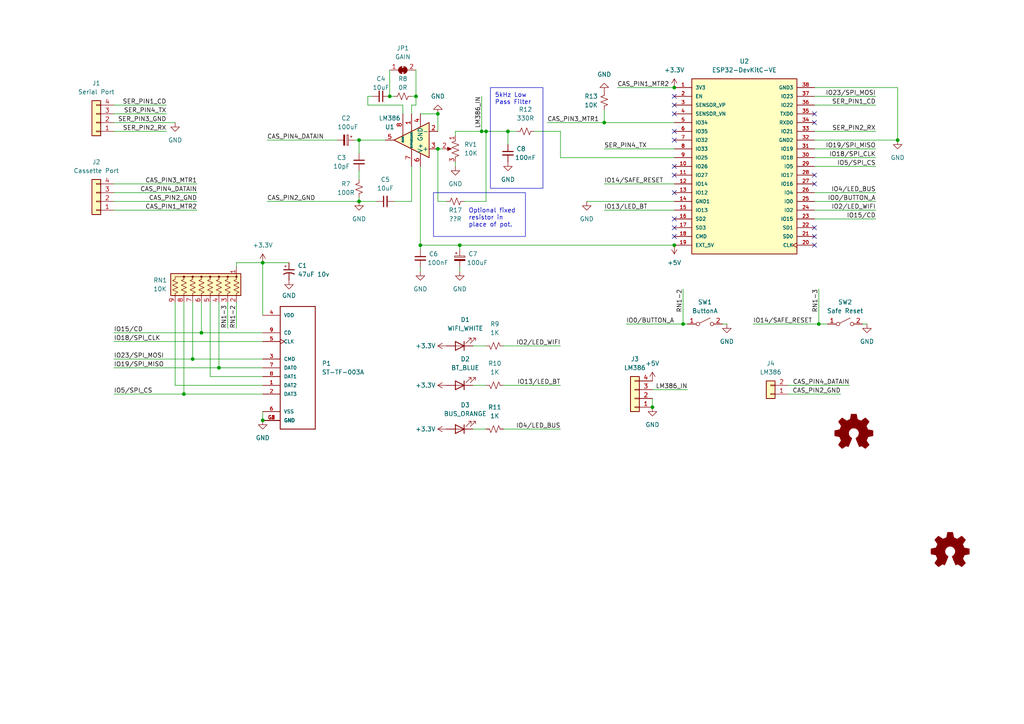
<source format=kicad_sch>
(kicad_sch (version 20230121) (generator eeschema)

  (uuid 530151af-e929-4ebc-81ba-062acbc84619)

  (paper "A4")

  (title_block
    (title "CoCo FujiNet")
    (date "2024-01-16")
    (rev "Rev 00")
  )

  (lib_symbols
    (symbol "Amplifier_Audio:LM386" (pin_names (offset 0.127)) (in_bom yes) (on_board yes)
      (property "Reference" "U" (at 1.27 7.62 0)
        (effects (font (size 1.27 1.27)) (justify left))
      )
      (property "Value" "LM386" (at 1.27 5.08 0)
        (effects (font (size 1.27 1.27)) (justify left))
      )
      (property "Footprint" "" (at 2.54 2.54 0)
        (effects (font (size 1.27 1.27)) hide)
      )
      (property "Datasheet" "http://www.ti.com/lit/ds/symlink/lm386.pdf" (at 5.08 5.08 0)
        (effects (font (size 1.27 1.27)) hide)
      )
      (property "ki_keywords" "single Power opamp" (at 0 0 0)
        (effects (font (size 1.27 1.27)) hide)
      )
      (property "ki_description" "Low Voltage Audio Power Amplifier, DIP-8/SOIC-8/SSOP-8" (at 0 0 0)
        (effects (font (size 1.27 1.27)) hide)
      )
      (property "ki_fp_filters" "SOIC*3.9x4.9mm*P1.27mm* DIP*W7.62mm* MSSOP*P0.65mm* TSSOP*3x3mm*P0.5mm*" (at 0 0 0)
        (effects (font (size 1.27 1.27)) hide)
      )
      (symbol "LM386_0_1"
        (polyline
          (pts
            (xy 5.08 0)
            (xy -5.08 5.08)
            (xy -5.08 -5.08)
            (xy 5.08 0)
          )
          (stroke (width 0.254) (type default))
          (fill (type background))
        )
      )
      (symbol "LM386_1_1"
        (pin input line (at 0 -7.62 90) (length 5.08)
          (name "GAIN" (effects (font (size 0.508 0.508))))
          (number "1" (effects (font (size 1.27 1.27))))
        )
        (pin input line (at -7.62 -2.54 0) (length 2.54)
          (name "-" (effects (font (size 1.27 1.27))))
          (number "2" (effects (font (size 1.27 1.27))))
        )
        (pin input line (at -7.62 2.54 0) (length 2.54)
          (name "+" (effects (font (size 1.27 1.27))))
          (number "3" (effects (font (size 1.27 1.27))))
        )
        (pin power_in line (at -2.54 -7.62 90) (length 3.81)
          (name "GND" (effects (font (size 1.27 1.27))))
          (number "4" (effects (font (size 1.27 1.27))))
        )
        (pin output line (at 7.62 0 180) (length 2.54)
          (name "~" (effects (font (size 1.27 1.27))))
          (number "5" (effects (font (size 1.27 1.27))))
        )
        (pin power_in line (at -2.54 7.62 270) (length 3.81)
          (name "V+" (effects (font (size 1.27 1.27))))
          (number "6" (effects (font (size 1.27 1.27))))
        )
        (pin input line (at 0 7.62 270) (length 5.08)
          (name "BYPASS" (effects (font (size 0.508 0.508))))
          (number "7" (effects (font (size 1.27 1.27))))
        )
        (pin input line (at 2.54 -7.62 90) (length 6.35)
          (name "GAIN" (effects (font (size 0.508 0.508))))
          (number "8" (effects (font (size 1.27 1.27))))
        )
      )
    )
    (symbol "Connector_Generic:Conn_01x02" (pin_names (offset 1.016) hide) (in_bom yes) (on_board yes)
      (property "Reference" "J" (at 0 2.54 0)
        (effects (font (size 1.27 1.27)))
      )
      (property "Value" "Conn_01x02" (at 0 -5.08 0)
        (effects (font (size 1.27 1.27)))
      )
      (property "Footprint" "" (at 0 0 0)
        (effects (font (size 1.27 1.27)) hide)
      )
      (property "Datasheet" "~" (at 0 0 0)
        (effects (font (size 1.27 1.27)) hide)
      )
      (property "ki_keywords" "connector" (at 0 0 0)
        (effects (font (size 1.27 1.27)) hide)
      )
      (property "ki_description" "Generic connector, single row, 01x02, script generated (kicad-library-utils/schlib/autogen/connector/)" (at 0 0 0)
        (effects (font (size 1.27 1.27)) hide)
      )
      (property "ki_fp_filters" "Connector*:*_1x??_*" (at 0 0 0)
        (effects (font (size 1.27 1.27)) hide)
      )
      (symbol "Conn_01x02_1_1"
        (rectangle (start -1.27 -2.413) (end 0 -2.667)
          (stroke (width 0.1524) (type default))
          (fill (type none))
        )
        (rectangle (start -1.27 0.127) (end 0 -0.127)
          (stroke (width 0.1524) (type default))
          (fill (type none))
        )
        (rectangle (start -1.27 1.27) (end 1.27 -3.81)
          (stroke (width 0.254) (type default))
          (fill (type background))
        )
        (pin passive line (at -5.08 0 0) (length 3.81)
          (name "Pin_1" (effects (font (size 1.27 1.27))))
          (number "1" (effects (font (size 1.27 1.27))))
        )
        (pin passive line (at -5.08 -2.54 0) (length 3.81)
          (name "Pin_2" (effects (font (size 1.27 1.27))))
          (number "2" (effects (font (size 1.27 1.27))))
        )
      )
    )
    (symbol "Connector_Generic:Conn_01x04" (pin_names (offset 1.016) hide) (in_bom yes) (on_board yes)
      (property "Reference" "J" (at 0 5.08 0)
        (effects (font (size 1.27 1.27)))
      )
      (property "Value" "Conn_01x04" (at 0 -7.62 0)
        (effects (font (size 1.27 1.27)))
      )
      (property "Footprint" "" (at 0 0 0)
        (effects (font (size 1.27 1.27)) hide)
      )
      (property "Datasheet" "~" (at 0 0 0)
        (effects (font (size 1.27 1.27)) hide)
      )
      (property "ki_keywords" "connector" (at 0 0 0)
        (effects (font (size 1.27 1.27)) hide)
      )
      (property "ki_description" "Generic connector, single row, 01x04, script generated (kicad-library-utils/schlib/autogen/connector/)" (at 0 0 0)
        (effects (font (size 1.27 1.27)) hide)
      )
      (property "ki_fp_filters" "Connector*:*_1x??_*" (at 0 0 0)
        (effects (font (size 1.27 1.27)) hide)
      )
      (symbol "Conn_01x04_1_1"
        (rectangle (start -1.27 -4.953) (end 0 -5.207)
          (stroke (width 0.1524) (type default))
          (fill (type none))
        )
        (rectangle (start -1.27 -2.413) (end 0 -2.667)
          (stroke (width 0.1524) (type default))
          (fill (type none))
        )
        (rectangle (start -1.27 0.127) (end 0 -0.127)
          (stroke (width 0.1524) (type default))
          (fill (type none))
        )
        (rectangle (start -1.27 2.667) (end 0 2.413)
          (stroke (width 0.1524) (type default))
          (fill (type none))
        )
        (rectangle (start -1.27 3.81) (end 1.27 -6.35)
          (stroke (width 0.254) (type default))
          (fill (type background))
        )
        (pin passive line (at -5.08 2.54 0) (length 3.81)
          (name "Pin_1" (effects (font (size 1.27 1.27))))
          (number "1" (effects (font (size 1.27 1.27))))
        )
        (pin passive line (at -5.08 0 0) (length 3.81)
          (name "Pin_2" (effects (font (size 1.27 1.27))))
          (number "2" (effects (font (size 1.27 1.27))))
        )
        (pin passive line (at -5.08 -2.54 0) (length 3.81)
          (name "Pin_3" (effects (font (size 1.27 1.27))))
          (number "3" (effects (font (size 1.27 1.27))))
        )
        (pin passive line (at -5.08 -5.08 0) (length 3.81)
          (name "Pin_4" (effects (font (size 1.27 1.27))))
          (number "4" (effects (font (size 1.27 1.27))))
        )
      )
    )
    (symbol "Device:C_Polarized_Small" (pin_numbers hide) (pin_names (offset 0.254) hide) (in_bom yes) (on_board yes)
      (property "Reference" "C" (at 0.254 1.778 0)
        (effects (font (size 1.27 1.27)) (justify left))
      )
      (property "Value" "C_Polarized_Small" (at 0.254 -2.032 0)
        (effects (font (size 1.27 1.27)) (justify left))
      )
      (property "Footprint" "" (at 0 0 0)
        (effects (font (size 1.27 1.27)) hide)
      )
      (property "Datasheet" "~" (at 0 0 0)
        (effects (font (size 1.27 1.27)) hide)
      )
      (property "ki_keywords" "cap capacitor" (at 0 0 0)
        (effects (font (size 1.27 1.27)) hide)
      )
      (property "ki_description" "Polarized capacitor, small symbol" (at 0 0 0)
        (effects (font (size 1.27 1.27)) hide)
      )
      (property "ki_fp_filters" "CP_*" (at 0 0 0)
        (effects (font (size 1.27 1.27)) hide)
      )
      (symbol "C_Polarized_Small_0_1"
        (rectangle (start -1.524 -0.3048) (end 1.524 -0.6858)
          (stroke (width 0) (type default))
          (fill (type outline))
        )
        (rectangle (start -1.524 0.6858) (end 1.524 0.3048)
          (stroke (width 0) (type default))
          (fill (type none))
        )
        (polyline
          (pts
            (xy -1.27 1.524)
            (xy -0.762 1.524)
          )
          (stroke (width 0) (type default))
          (fill (type none))
        )
        (polyline
          (pts
            (xy -1.016 1.27)
            (xy -1.016 1.778)
          )
          (stroke (width 0) (type default))
          (fill (type none))
        )
      )
      (symbol "C_Polarized_Small_1_1"
        (pin passive line (at 0 2.54 270) (length 1.8542)
          (name "~" (effects (font (size 1.27 1.27))))
          (number "1" (effects (font (size 1.27 1.27))))
        )
        (pin passive line (at 0 -2.54 90) (length 1.8542)
          (name "~" (effects (font (size 1.27 1.27))))
          (number "2" (effects (font (size 1.27 1.27))))
        )
      )
    )
    (symbol "Device:C_Polarized_Small_US" (pin_numbers hide) (pin_names (offset 0.254) hide) (in_bom yes) (on_board yes)
      (property "Reference" "C" (at 0.254 1.778 0)
        (effects (font (size 1.27 1.27)) (justify left))
      )
      (property "Value" "C_Polarized_Small_US" (at 0.254 -2.032 0)
        (effects (font (size 1.27 1.27)) (justify left))
      )
      (property "Footprint" "" (at 0 0 0)
        (effects (font (size 1.27 1.27)) hide)
      )
      (property "Datasheet" "~" (at 0 0 0)
        (effects (font (size 1.27 1.27)) hide)
      )
      (property "ki_keywords" "cap capacitor" (at 0 0 0)
        (effects (font (size 1.27 1.27)) hide)
      )
      (property "ki_description" "Polarized capacitor, small US symbol" (at 0 0 0)
        (effects (font (size 1.27 1.27)) hide)
      )
      (property "ki_fp_filters" "CP_*" (at 0 0 0)
        (effects (font (size 1.27 1.27)) hide)
      )
      (symbol "C_Polarized_Small_US_0_1"
        (polyline
          (pts
            (xy -1.524 0.508)
            (xy 1.524 0.508)
          )
          (stroke (width 0.3048) (type default))
          (fill (type none))
        )
        (polyline
          (pts
            (xy -1.27 1.524)
            (xy -0.762 1.524)
          )
          (stroke (width 0) (type default))
          (fill (type none))
        )
        (polyline
          (pts
            (xy -1.016 1.27)
            (xy -1.016 1.778)
          )
          (stroke (width 0) (type default))
          (fill (type none))
        )
        (arc (start 1.524 -0.762) (mid 0 -0.3734) (end -1.524 -0.762)
          (stroke (width 0.3048) (type default))
          (fill (type none))
        )
      )
      (symbol "C_Polarized_Small_US_1_1"
        (pin passive line (at 0 2.54 270) (length 2.032)
          (name "~" (effects (font (size 1.27 1.27))))
          (number "1" (effects (font (size 1.27 1.27))))
        )
        (pin passive line (at 0 -2.54 90) (length 2.032)
          (name "~" (effects (font (size 1.27 1.27))))
          (number "2" (effects (font (size 1.27 1.27))))
        )
      )
    )
    (symbol "Device:C_Small" (pin_numbers hide) (pin_names (offset 0.254) hide) (in_bom yes) (on_board yes)
      (property "Reference" "C" (at 0.254 1.778 0)
        (effects (font (size 1.27 1.27)) (justify left))
      )
      (property "Value" "C_Small" (at 0.254 -2.032 0)
        (effects (font (size 1.27 1.27)) (justify left))
      )
      (property "Footprint" "" (at 0 0 0)
        (effects (font (size 1.27 1.27)) hide)
      )
      (property "Datasheet" "~" (at 0 0 0)
        (effects (font (size 1.27 1.27)) hide)
      )
      (property "ki_keywords" "capacitor cap" (at 0 0 0)
        (effects (font (size 1.27 1.27)) hide)
      )
      (property "ki_description" "Unpolarized capacitor, small symbol" (at 0 0 0)
        (effects (font (size 1.27 1.27)) hide)
      )
      (property "ki_fp_filters" "C_*" (at 0 0 0)
        (effects (font (size 1.27 1.27)) hide)
      )
      (symbol "C_Small_0_1"
        (polyline
          (pts
            (xy -1.524 -0.508)
            (xy 1.524 -0.508)
          )
          (stroke (width 0.3302) (type default))
          (fill (type none))
        )
        (polyline
          (pts
            (xy -1.524 0.508)
            (xy 1.524 0.508)
          )
          (stroke (width 0.3048) (type default))
          (fill (type none))
        )
      )
      (symbol "C_Small_1_1"
        (pin passive line (at 0 2.54 270) (length 2.032)
          (name "~" (effects (font (size 1.27 1.27))))
          (number "1" (effects (font (size 1.27 1.27))))
        )
        (pin passive line (at 0 -2.54 90) (length 2.032)
          (name "~" (effects (font (size 1.27 1.27))))
          (number "2" (effects (font (size 1.27 1.27))))
        )
      )
    )
    (symbol "Device:LED" (pin_numbers hide) (pin_names (offset 1.016) hide) (in_bom yes) (on_board yes)
      (property "Reference" "D" (at 0 2.54 0)
        (effects (font (size 1.27 1.27)))
      )
      (property "Value" "LED" (at 0 -2.54 0)
        (effects (font (size 1.27 1.27)))
      )
      (property "Footprint" "" (at 0 0 0)
        (effects (font (size 1.27 1.27)) hide)
      )
      (property "Datasheet" "~" (at 0 0 0)
        (effects (font (size 1.27 1.27)) hide)
      )
      (property "ki_keywords" "LED diode" (at 0 0 0)
        (effects (font (size 1.27 1.27)) hide)
      )
      (property "ki_description" "Light emitting diode" (at 0 0 0)
        (effects (font (size 1.27 1.27)) hide)
      )
      (property "ki_fp_filters" "LED* LED_SMD:* LED_THT:*" (at 0 0 0)
        (effects (font (size 1.27 1.27)) hide)
      )
      (symbol "LED_0_1"
        (polyline
          (pts
            (xy -1.27 -1.27)
            (xy -1.27 1.27)
          )
          (stroke (width 0.254) (type default))
          (fill (type none))
        )
        (polyline
          (pts
            (xy -1.27 0)
            (xy 1.27 0)
          )
          (stroke (width 0) (type default))
          (fill (type none))
        )
        (polyline
          (pts
            (xy 1.27 -1.27)
            (xy 1.27 1.27)
            (xy -1.27 0)
            (xy 1.27 -1.27)
          )
          (stroke (width 0.254) (type default))
          (fill (type none))
        )
        (polyline
          (pts
            (xy -3.048 -0.762)
            (xy -4.572 -2.286)
            (xy -3.81 -2.286)
            (xy -4.572 -2.286)
            (xy -4.572 -1.524)
          )
          (stroke (width 0) (type default))
          (fill (type none))
        )
        (polyline
          (pts
            (xy -1.778 -0.762)
            (xy -3.302 -2.286)
            (xy -2.54 -2.286)
            (xy -3.302 -2.286)
            (xy -3.302 -1.524)
          )
          (stroke (width 0) (type default))
          (fill (type none))
        )
      )
      (symbol "LED_1_1"
        (pin passive line (at -3.81 0 0) (length 2.54)
          (name "K" (effects (font (size 1.27 1.27))))
          (number "1" (effects (font (size 1.27 1.27))))
        )
        (pin passive line (at 3.81 0 180) (length 2.54)
          (name "A" (effects (font (size 1.27 1.27))))
          (number "2" (effects (font (size 1.27 1.27))))
        )
      )
    )
    (symbol "Device:R_Network08_US" (pin_names (offset 0) hide) (in_bom yes) (on_board yes)
      (property "Reference" "RN" (at -12.7 0 90)
        (effects (font (size 1.27 1.27)))
      )
      (property "Value" "R_Network08_US" (at 10.16 0 90)
        (effects (font (size 1.27 1.27)))
      )
      (property "Footprint" "Resistor_THT:R_Array_SIP9" (at 12.065 0 90)
        (effects (font (size 1.27 1.27)) hide)
      )
      (property "Datasheet" "http://www.vishay.com/docs/31509/csc.pdf" (at 0 0 0)
        (effects (font (size 1.27 1.27)) hide)
      )
      (property "ki_keywords" "R network star-topology" (at 0 0 0)
        (effects (font (size 1.27 1.27)) hide)
      )
      (property "ki_description" "8 resistor network, star topology, bussed resistors, small US symbol" (at 0 0 0)
        (effects (font (size 1.27 1.27)) hide)
      )
      (property "ki_fp_filters" "R?Array?SIP*" (at 0 0 0)
        (effects (font (size 1.27 1.27)) hide)
      )
      (symbol "R_Network08_US_0_1"
        (rectangle (start -11.43 -3.175) (end 8.89 3.175)
          (stroke (width 0.254) (type default))
          (fill (type background))
        )
        (circle (center -10.16 2.286) (radius 0.254)
          (stroke (width 0) (type default))
          (fill (type outline))
        )
        (circle (center -7.62 2.286) (radius 0.254)
          (stroke (width 0) (type default))
          (fill (type outline))
        )
        (circle (center -5.08 2.286) (radius 0.254)
          (stroke (width 0) (type default))
          (fill (type outline))
        )
        (circle (center -2.54 2.286) (radius 0.254)
          (stroke (width 0) (type default))
          (fill (type outline))
        )
        (polyline
          (pts
            (xy -10.16 2.286)
            (xy 7.62 2.286)
          )
          (stroke (width 0) (type default))
          (fill (type none))
        )
        (polyline
          (pts
            (xy -10.16 2.286)
            (xy -10.16 1.524)
            (xy -9.398 1.1684)
            (xy -10.922 0.508)
            (xy -9.398 -0.1524)
            (xy -10.922 -0.8382)
            (xy -9.398 -1.524)
            (xy -10.922 -2.1844)
            (xy -10.16 -2.54)
            (xy -10.16 -3.81)
          )
          (stroke (width 0) (type default))
          (fill (type none))
        )
        (polyline
          (pts
            (xy -7.62 2.286)
            (xy -7.62 1.524)
            (xy -6.858 1.1684)
            (xy -8.382 0.508)
            (xy -6.858 -0.1524)
            (xy -8.382 -0.8382)
            (xy -6.858 -1.524)
            (xy -8.382 -2.1844)
            (xy -7.62 -2.54)
            (xy -7.62 -3.81)
          )
          (stroke (width 0) (type default))
          (fill (type none))
        )
        (polyline
          (pts
            (xy -5.08 2.286)
            (xy -5.08 1.524)
            (xy -4.318 1.1684)
            (xy -5.842 0.508)
            (xy -4.318 -0.1524)
            (xy -5.842 -0.8382)
            (xy -4.318 -1.524)
            (xy -5.842 -2.1844)
            (xy -5.08 -2.54)
            (xy -5.08 -3.81)
          )
          (stroke (width 0) (type default))
          (fill (type none))
        )
        (polyline
          (pts
            (xy -2.54 2.286)
            (xy -2.54 1.524)
            (xy -1.778 1.1684)
            (xy -3.302 0.508)
            (xy -1.778 -0.1524)
            (xy -3.302 -0.8382)
            (xy -1.778 -1.524)
            (xy -3.302 -2.1844)
            (xy -2.54 -2.54)
            (xy -2.54 -3.81)
          )
          (stroke (width 0) (type default))
          (fill (type none))
        )
        (polyline
          (pts
            (xy 0 2.286)
            (xy 0 1.524)
            (xy 0.762 1.1684)
            (xy -0.762 0.508)
            (xy 0.762 -0.1524)
            (xy -0.762 -0.8382)
            (xy 0.762 -1.524)
            (xy -0.762 -2.1844)
            (xy 0 -2.54)
            (xy 0 -3.81)
          )
          (stroke (width 0) (type default))
          (fill (type none))
        )
        (polyline
          (pts
            (xy 2.54 2.286)
            (xy 2.54 1.524)
            (xy 3.302 1.1684)
            (xy 1.778 0.508)
            (xy 3.302 -0.1524)
            (xy 1.778 -0.8382)
            (xy 3.302 -1.524)
            (xy 1.778 -2.1844)
            (xy 2.54 -2.54)
            (xy 2.54 -3.81)
          )
          (stroke (width 0) (type default))
          (fill (type none))
        )
        (polyline
          (pts
            (xy 5.08 2.286)
            (xy 5.08 1.524)
            (xy 5.842 1.1684)
            (xy 4.318 0.508)
            (xy 5.842 -0.1524)
            (xy 4.318 -0.8382)
            (xy 5.842 -1.524)
            (xy 4.318 -2.1844)
            (xy 5.08 -2.54)
            (xy 5.08 -3.81)
          )
          (stroke (width 0) (type default))
          (fill (type none))
        )
        (polyline
          (pts
            (xy 7.62 2.286)
            (xy 7.62 1.524)
            (xy 8.382 1.1684)
            (xy 6.858 0.508)
            (xy 8.382 -0.1524)
            (xy 6.858 -0.8382)
            (xy 8.382 -1.524)
            (xy 6.858 -2.1844)
            (xy 7.62 -2.54)
            (xy 7.62 -3.81)
          )
          (stroke (width 0) (type default))
          (fill (type none))
        )
        (circle (center 0 2.286) (radius 0.254)
          (stroke (width 0) (type default))
          (fill (type outline))
        )
        (circle (center 2.54 2.286) (radius 0.254)
          (stroke (width 0) (type default))
          (fill (type outline))
        )
        (circle (center 5.08 2.286) (radius 0.254)
          (stroke (width 0) (type default))
          (fill (type outline))
        )
      )
      (symbol "R_Network08_US_1_1"
        (pin passive line (at -10.16 5.08 270) (length 2.54)
          (name "common" (effects (font (size 1.27 1.27))))
          (number "1" (effects (font (size 1.27 1.27))))
        )
        (pin passive line (at -10.16 -5.08 90) (length 1.27)
          (name "R1" (effects (font (size 1.27 1.27))))
          (number "2" (effects (font (size 1.27 1.27))))
        )
        (pin passive line (at -7.62 -5.08 90) (length 1.27)
          (name "R2" (effects (font (size 1.27 1.27))))
          (number "3" (effects (font (size 1.27 1.27))))
        )
        (pin passive line (at -5.08 -5.08 90) (length 1.27)
          (name "R3" (effects (font (size 1.27 1.27))))
          (number "4" (effects (font (size 1.27 1.27))))
        )
        (pin passive line (at -2.54 -5.08 90) (length 1.27)
          (name "R4" (effects (font (size 1.27 1.27))))
          (number "5" (effects (font (size 1.27 1.27))))
        )
        (pin passive line (at 0 -5.08 90) (length 1.27)
          (name "R5" (effects (font (size 1.27 1.27))))
          (number "6" (effects (font (size 1.27 1.27))))
        )
        (pin passive line (at 2.54 -5.08 90) (length 1.27)
          (name "R6" (effects (font (size 1.27 1.27))))
          (number "7" (effects (font (size 1.27 1.27))))
        )
        (pin passive line (at 5.08 -5.08 90) (length 1.27)
          (name "R7" (effects (font (size 1.27 1.27))))
          (number "8" (effects (font (size 1.27 1.27))))
        )
        (pin passive line (at 7.62 -5.08 90) (length 1.27)
          (name "R8" (effects (font (size 1.27 1.27))))
          (number "9" (effects (font (size 1.27 1.27))))
        )
      )
    )
    (symbol "Device:R_Potentiometer_US" (pin_names (offset 1.016) hide) (in_bom yes) (on_board yes)
      (property "Reference" "RV" (at -4.445 0 90)
        (effects (font (size 1.27 1.27)))
      )
      (property "Value" "R_Potentiometer_US" (at -2.54 0 90)
        (effects (font (size 1.27 1.27)))
      )
      (property "Footprint" "" (at 0 0 0)
        (effects (font (size 1.27 1.27)) hide)
      )
      (property "Datasheet" "~" (at 0 0 0)
        (effects (font (size 1.27 1.27)) hide)
      )
      (property "ki_keywords" "resistor variable" (at 0 0 0)
        (effects (font (size 1.27 1.27)) hide)
      )
      (property "ki_description" "Potentiometer, US symbol" (at 0 0 0)
        (effects (font (size 1.27 1.27)) hide)
      )
      (property "ki_fp_filters" "Potentiometer*" (at 0 0 0)
        (effects (font (size 1.27 1.27)) hide)
      )
      (symbol "R_Potentiometer_US_0_1"
        (polyline
          (pts
            (xy 0 -2.286)
            (xy 0 -2.54)
          )
          (stroke (width 0) (type default))
          (fill (type none))
        )
        (polyline
          (pts
            (xy 0 2.54)
            (xy 0 2.286)
          )
          (stroke (width 0) (type default))
          (fill (type none))
        )
        (polyline
          (pts
            (xy 2.54 0)
            (xy 1.524 0)
          )
          (stroke (width 0) (type default))
          (fill (type none))
        )
        (polyline
          (pts
            (xy 1.143 0)
            (xy 2.286 0.508)
            (xy 2.286 -0.508)
            (xy 1.143 0)
          )
          (stroke (width 0) (type default))
          (fill (type outline))
        )
        (polyline
          (pts
            (xy 0 -0.762)
            (xy 1.016 -1.143)
            (xy 0 -1.524)
            (xy -1.016 -1.905)
            (xy 0 -2.286)
          )
          (stroke (width 0) (type default))
          (fill (type none))
        )
        (polyline
          (pts
            (xy 0 0.762)
            (xy 1.016 0.381)
            (xy 0 0)
            (xy -1.016 -0.381)
            (xy 0 -0.762)
          )
          (stroke (width 0) (type default))
          (fill (type none))
        )
        (polyline
          (pts
            (xy 0 2.286)
            (xy 1.016 1.905)
            (xy 0 1.524)
            (xy -1.016 1.143)
            (xy 0 0.762)
          )
          (stroke (width 0) (type default))
          (fill (type none))
        )
      )
      (symbol "R_Potentiometer_US_1_1"
        (pin passive line (at 0 3.81 270) (length 1.27)
          (name "1" (effects (font (size 1.27 1.27))))
          (number "1" (effects (font (size 1.27 1.27))))
        )
        (pin passive line (at 3.81 0 180) (length 1.27)
          (name "2" (effects (font (size 1.27 1.27))))
          (number "2" (effects (font (size 1.27 1.27))))
        )
        (pin passive line (at 0 -3.81 90) (length 1.27)
          (name "3" (effects (font (size 1.27 1.27))))
          (number "3" (effects (font (size 1.27 1.27))))
        )
      )
    )
    (symbol "Device:R_Small_US" (pin_numbers hide) (pin_names (offset 0.254) hide) (in_bom yes) (on_board yes)
      (property "Reference" "R" (at 0.762 0.508 0)
        (effects (font (size 1.27 1.27)) (justify left))
      )
      (property "Value" "R_Small_US" (at 0.762 -1.016 0)
        (effects (font (size 1.27 1.27)) (justify left))
      )
      (property "Footprint" "" (at 0 0 0)
        (effects (font (size 1.27 1.27)) hide)
      )
      (property "Datasheet" "~" (at 0 0 0)
        (effects (font (size 1.27 1.27)) hide)
      )
      (property "ki_keywords" "r resistor" (at 0 0 0)
        (effects (font (size 1.27 1.27)) hide)
      )
      (property "ki_description" "Resistor, small US symbol" (at 0 0 0)
        (effects (font (size 1.27 1.27)) hide)
      )
      (property "ki_fp_filters" "R_*" (at 0 0 0)
        (effects (font (size 1.27 1.27)) hide)
      )
      (symbol "R_Small_US_1_1"
        (polyline
          (pts
            (xy 0 0)
            (xy 1.016 -0.381)
            (xy 0 -0.762)
            (xy -1.016 -1.143)
            (xy 0 -1.524)
          )
          (stroke (width 0) (type default))
          (fill (type none))
        )
        (polyline
          (pts
            (xy 0 1.524)
            (xy 1.016 1.143)
            (xy 0 0.762)
            (xy -1.016 0.381)
            (xy 0 0)
          )
          (stroke (width 0) (type default))
          (fill (type none))
        )
        (pin passive line (at 0 2.54 270) (length 1.016)
          (name "~" (effects (font (size 1.27 1.27))))
          (number "1" (effects (font (size 1.27 1.27))))
        )
        (pin passive line (at 0 -2.54 90) (length 1.016)
          (name "~" (effects (font (size 1.27 1.27))))
          (number "2" (effects (font (size 1.27 1.27))))
        )
      )
    )
    (symbol "ESP32-DEVKITC-32U:ESP32-DEVKITC-32U" (pin_names (offset 1.016)) (in_bom yes) (on_board yes)
      (property "Reference" "U" (at -15.2654 26.0604 0)
        (effects (font (size 1.27 1.27)) (justify left bottom))
      )
      (property "Value" "ESP32-DEVKITC-32U" (at -15.2654 -27.9654 0)
        (effects (font (size 1.27 1.27)) (justify left bottom))
      )
      (property "Footprint" "MODULE_ESP32-DEVKITC-32U" (at 0 0 0)
        (effects (font (size 1.27 1.27)) (justify left bottom) hide)
      )
      (property "Datasheet" "" (at 0 0 0)
        (effects (font (size 1.27 1.27)) (justify left bottom) hide)
      )
      (property "STANDARD" "Manufacturer Recommendations" (at 0 0 0)
        (effects (font (size 1.27 1.27)) (justify left bottom) hide)
      )
      (property "PARTREV" "N/A" (at 0 0 0)
        (effects (font (size 1.27 1.27)) (justify left bottom) hide)
      )
      (property "MANUFACTURER" "ESPRESSIF" (at 0 0 0)
        (effects (font (size 1.27 1.27)) (justify left bottom) hide)
      )
      (property "ki_locked" "" (at 0 0 0)
        (effects (font (size 1.27 1.27)))
      )
      (symbol "ESP32-DEVKITC-32U_0_0"
        (rectangle (start -15.24 -25.4) (end 15.24 25.4)
          (stroke (width 0.254) (type solid))
          (fill (type background))
        )
        (pin power_in line (at -20.32 22.86 0) (length 5.08)
          (name "3V3" (effects (font (size 1.016 1.016))))
          (number "1" (effects (font (size 1.016 1.016))))
        )
        (pin bidirectional line (at -20.32 0 0) (length 5.08)
          (name "IO26" (effects (font (size 1.016 1.016))))
          (number "10" (effects (font (size 1.016 1.016))))
        )
        (pin bidirectional line (at -20.32 -2.54 0) (length 5.08)
          (name "IO27" (effects (font (size 1.016 1.016))))
          (number "11" (effects (font (size 1.016 1.016))))
        )
        (pin bidirectional line (at -20.32 -5.08 0) (length 5.08)
          (name "IO14" (effects (font (size 1.016 1.016))))
          (number "12" (effects (font (size 1.016 1.016))))
        )
        (pin bidirectional line (at -20.32 -7.62 0) (length 5.08)
          (name "IO12" (effects (font (size 1.016 1.016))))
          (number "13" (effects (font (size 1.016 1.016))))
        )
        (pin power_in line (at -20.32 -10.16 0) (length 5.08)
          (name "GND1" (effects (font (size 1.016 1.016))))
          (number "14" (effects (font (size 1.016 1.016))))
        )
        (pin bidirectional line (at -20.32 -12.7 0) (length 5.08)
          (name "IO13" (effects (font (size 1.016 1.016))))
          (number "15" (effects (font (size 1.016 1.016))))
        )
        (pin bidirectional line (at -20.32 -15.24 0) (length 5.08)
          (name "SD2" (effects (font (size 1.016 1.016))))
          (number "16" (effects (font (size 1.016 1.016))))
        )
        (pin bidirectional line (at -20.32 -17.78 0) (length 5.08)
          (name "SD3" (effects (font (size 1.016 1.016))))
          (number "17" (effects (font (size 1.016 1.016))))
        )
        (pin bidirectional line (at -20.32 -20.32 0) (length 5.08)
          (name "CMD" (effects (font (size 1.016 1.016))))
          (number "18" (effects (font (size 1.016 1.016))))
        )
        (pin power_in line (at -20.32 -22.86 0) (length 5.08)
          (name "EXT_5V" (effects (font (size 1.016 1.016))))
          (number "19" (effects (font (size 1.016 1.016))))
        )
        (pin input line (at -20.32 20.32 0) (length 5.08)
          (name "EN" (effects (font (size 1.016 1.016))))
          (number "2" (effects (font (size 1.016 1.016))))
        )
        (pin input clock (at 20.32 -22.86 180) (length 5.08)
          (name "CLK" (effects (font (size 1.016 1.016))))
          (number "20" (effects (font (size 1.016 1.016))))
        )
        (pin bidirectional line (at 20.32 -20.32 180) (length 5.08)
          (name "SD0" (effects (font (size 1.016 1.016))))
          (number "21" (effects (font (size 1.016 1.016))))
        )
        (pin bidirectional line (at 20.32 -17.78 180) (length 5.08)
          (name "SD1" (effects (font (size 1.016 1.016))))
          (number "22" (effects (font (size 1.016 1.016))))
        )
        (pin bidirectional line (at 20.32 -15.24 180) (length 5.08)
          (name "IO15" (effects (font (size 1.016 1.016))))
          (number "23" (effects (font (size 1.016 1.016))))
        )
        (pin bidirectional line (at 20.32 -12.7 180) (length 5.08)
          (name "IO2" (effects (font (size 1.016 1.016))))
          (number "24" (effects (font (size 1.016 1.016))))
        )
        (pin bidirectional line (at 20.32 -10.16 180) (length 5.08)
          (name "IO0" (effects (font (size 1.016 1.016))))
          (number "25" (effects (font (size 1.016 1.016))))
        )
        (pin bidirectional line (at 20.32 -7.62 180) (length 5.08)
          (name "IO4" (effects (font (size 1.016 1.016))))
          (number "26" (effects (font (size 1.016 1.016))))
        )
        (pin bidirectional line (at 20.32 -5.08 180) (length 5.08)
          (name "IO16" (effects (font (size 1.016 1.016))))
          (number "27" (effects (font (size 1.016 1.016))))
        )
        (pin bidirectional line (at 20.32 -2.54 180) (length 5.08)
          (name "IO17" (effects (font (size 1.016 1.016))))
          (number "28" (effects (font (size 1.016 1.016))))
        )
        (pin bidirectional line (at 20.32 0 180) (length 5.08)
          (name "IO5" (effects (font (size 1.016 1.016))))
          (number "29" (effects (font (size 1.016 1.016))))
        )
        (pin input line (at -20.32 17.78 0) (length 5.08)
          (name "SENSOR_VP" (effects (font (size 1.016 1.016))))
          (number "3" (effects (font (size 1.016 1.016))))
        )
        (pin bidirectional line (at 20.32 2.54 180) (length 5.08)
          (name "IO18" (effects (font (size 1.016 1.016))))
          (number "30" (effects (font (size 1.016 1.016))))
        )
        (pin bidirectional line (at 20.32 5.08 180) (length 5.08)
          (name "IO19" (effects (font (size 1.016 1.016))))
          (number "31" (effects (font (size 1.016 1.016))))
        )
        (pin power_in line (at 20.32 7.62 180) (length 5.08)
          (name "GND2" (effects (font (size 1.016 1.016))))
          (number "32" (effects (font (size 1.016 1.016))))
        )
        (pin bidirectional line (at 20.32 10.16 180) (length 5.08)
          (name "IO21" (effects (font (size 1.016 1.016))))
          (number "33" (effects (font (size 1.016 1.016))))
        )
        (pin input line (at 20.32 12.7 180) (length 5.08)
          (name "RXD0" (effects (font (size 1.016 1.016))))
          (number "34" (effects (font (size 1.016 1.016))))
        )
        (pin output line (at 20.32 15.24 180) (length 5.08)
          (name "TXD0" (effects (font (size 1.016 1.016))))
          (number "35" (effects (font (size 1.016 1.016))))
        )
        (pin bidirectional line (at 20.32 17.78 180) (length 5.08)
          (name "IO22" (effects (font (size 1.016 1.016))))
          (number "36" (effects (font (size 1.016 1.016))))
        )
        (pin bidirectional line (at 20.32 20.32 180) (length 5.08)
          (name "IO23" (effects (font (size 1.016 1.016))))
          (number "37" (effects (font (size 1.016 1.016))))
        )
        (pin power_in line (at 20.32 22.86 180) (length 5.08)
          (name "GND3" (effects (font (size 1.016 1.016))))
          (number "38" (effects (font (size 1.016 1.016))))
        )
        (pin input line (at -20.32 15.24 0) (length 5.08)
          (name "SENSOR_VN" (effects (font (size 1.016 1.016))))
          (number "4" (effects (font (size 1.016 1.016))))
        )
        (pin bidirectional line (at -20.32 12.7 0) (length 5.08)
          (name "IO34" (effects (font (size 1.016 1.016))))
          (number "5" (effects (font (size 1.016 1.016))))
        )
        (pin bidirectional line (at -20.32 10.16 0) (length 5.08)
          (name "IO35" (effects (font (size 1.016 1.016))))
          (number "6" (effects (font (size 1.016 1.016))))
        )
        (pin bidirectional line (at -20.32 7.62 0) (length 5.08)
          (name "IO32" (effects (font (size 1.016 1.016))))
          (number "7" (effects (font (size 1.016 1.016))))
        )
        (pin bidirectional line (at -20.32 5.08 0) (length 5.08)
          (name "IO33" (effects (font (size 1.016 1.016))))
          (number "8" (effects (font (size 1.016 1.016))))
        )
        (pin bidirectional line (at -20.32 2.54 0) (length 5.08)
          (name "IO25" (effects (font (size 1.016 1.016))))
          (number "9" (effects (font (size 1.016 1.016))))
        )
      )
    )
    (symbol "Graphic:Logo_Open_Hardware_Small" (in_bom no) (on_board no)
      (property "Reference" "#SYM" (at 0 6.985 0)
        (effects (font (size 1.27 1.27)) hide)
      )
      (property "Value" "Logo_Open_Hardware_Small" (at 0 -5.715 0)
        (effects (font (size 1.27 1.27)) hide)
      )
      (property "Footprint" "" (at 0 0 0)
        (effects (font (size 1.27 1.27)) hide)
      )
      (property "Datasheet" "~" (at 0 0 0)
        (effects (font (size 1.27 1.27)) hide)
      )
      (property "Sim.Enable" "0" (at 0 0 0)
        (effects (font (size 1.27 1.27)) hide)
      )
      (property "ki_keywords" "Logo" (at 0 0 0)
        (effects (font (size 1.27 1.27)) hide)
      )
      (property "ki_description" "Open Hardware logo, small" (at 0 0 0)
        (effects (font (size 1.27 1.27)) hide)
      )
      (symbol "Logo_Open_Hardware_Small_0_1"
        (polyline
          (pts
            (xy 3.3528 -4.3434)
            (xy 3.302 -4.318)
            (xy 3.175 -4.2418)
            (xy 2.9972 -4.1148)
            (xy 2.7686 -3.9624)
            (xy 2.54 -3.81)
            (xy 2.3622 -3.7084)
            (xy 2.2352 -3.6068)
            (xy 2.1844 -3.5814)
            (xy 2.159 -3.6068)
            (xy 2.0574 -3.6576)
            (xy 1.905 -3.7338)
            (xy 1.8034 -3.7846)
            (xy 1.6764 -3.8354)
            (xy 1.6002 -3.8354)
            (xy 1.6002 -3.8354)
            (xy 1.5494 -3.7338)
            (xy 1.4732 -3.5306)
            (xy 1.3462 -3.302)
            (xy 1.2446 -3.0226)
            (xy 1.1176 -2.7178)
            (xy 0.9652 -2.413)
            (xy 0.8636 -2.1082)
            (xy 0.7366 -1.8288)
            (xy 0.6604 -1.6256)
            (xy 0.6096 -1.4732)
            (xy 0.5842 -1.397)
            (xy 0.5842 -1.397)
            (xy 0.6604 -1.3208)
            (xy 0.7874 -1.2446)
            (xy 1.0414 -1.016)
            (xy 1.2954 -0.6858)
            (xy 1.4478 -0.3302)
            (xy 1.524 0.0762)
            (xy 1.4732 0.4572)
            (xy 1.3208 0.8128)
            (xy 1.0668 1.143)
            (xy 0.762 1.3716)
            (xy 0.4064 1.524)
            (xy 0 1.5748)
            (xy -0.381 1.5494)
            (xy -0.7366 1.397)
            (xy -1.0668 1.143)
            (xy -1.2192 0.9906)
            (xy -1.397 0.6604)
            (xy -1.524 0.3048)
            (xy -1.524 0.2286)
            (xy -1.4986 -0.1778)
            (xy -1.397 -0.5334)
            (xy -1.1938 -0.8636)
            (xy -0.9144 -1.143)
            (xy -0.8636 -1.1684)
            (xy -0.7366 -1.27)
            (xy -0.635 -1.3462)
            (xy -0.5842 -1.397)
            (xy -1.0668 -2.5908)
            (xy -1.143 -2.794)
            (xy -1.2954 -3.1242)
            (xy -1.397 -3.4036)
            (xy -1.4986 -3.6322)
            (xy -1.5748 -3.7846)
            (xy -1.6002 -3.8354)
            (xy -1.6002 -3.8354)
            (xy -1.651 -3.8354)
            (xy -1.7272 -3.81)
            (xy -1.905 -3.7338)
            (xy -2.0066 -3.683)
            (xy -2.1336 -3.6068)
            (xy -2.2098 -3.5814)
            (xy -2.2606 -3.6068)
            (xy -2.3622 -3.683)
            (xy -2.54 -3.81)
            (xy -2.7686 -3.9624)
            (xy -2.9718 -4.0894)
            (xy -3.1496 -4.2164)
            (xy -3.302 -4.318)
            (xy -3.3528 -4.3434)
            (xy -3.3782 -4.3434)
            (xy -3.429 -4.318)
            (xy -3.5306 -4.2164)
            (xy -3.7084 -4.064)
            (xy -3.937 -3.8354)
            (xy -3.9624 -3.81)
            (xy -4.1656 -3.6068)
            (xy -4.318 -3.4544)
            (xy -4.4196 -3.3274)
            (xy -4.445 -3.2766)
            (xy -4.445 -3.2766)
            (xy -4.4196 -3.2258)
            (xy -4.318 -3.0734)
            (xy -4.2164 -2.8956)
            (xy -4.064 -2.667)
            (xy -3.6576 -2.0828)
            (xy -3.8862 -1.5494)
            (xy -3.937 -1.3716)
            (xy -4.0386 -1.1684)
            (xy -4.0894 -1.0414)
            (xy -4.1148 -0.9652)
            (xy -4.191 -0.9398)
            (xy -4.318 -0.9144)
            (xy -4.5466 -0.8636)
            (xy -4.8006 -0.8128)
            (xy -5.0546 -0.7874)
            (xy -5.2578 -0.7366)
            (xy -5.4356 -0.7112)
            (xy -5.5118 -0.6858)
            (xy -5.5118 -0.6858)
            (xy -5.5372 -0.635)
            (xy -5.5372 -0.5588)
            (xy -5.5372 -0.4318)
            (xy -5.5626 -0.2286)
            (xy -5.5626 0.0762)
            (xy -5.5626 0.127)
            (xy -5.5372 0.4064)
            (xy -5.5372 0.635)
            (xy -5.5372 0.762)
            (xy -5.5372 0.8382)
            (xy -5.5372 0.8382)
            (xy -5.461 0.8382)
            (xy -5.3086 0.889)
            (xy -5.08 0.9144)
            (xy -4.826 0.9652)
            (xy -4.8006 0.9906)
            (xy -4.5466 1.0414)
            (xy -4.318 1.0668)
            (xy -4.1656 1.1176)
            (xy -4.0894 1.143)
            (xy -4.0894 1.143)
            (xy -4.0386 1.2446)
            (xy -3.9624 1.4224)
            (xy -3.8608 1.6256)
            (xy -3.7846 1.8288)
            (xy -3.7084 2.0066)
            (xy -3.6576 2.159)
            (xy -3.6322 2.2098)
            (xy -3.6322 2.2098)
            (xy -3.683 2.286)
            (xy -3.7592 2.413)
            (xy -3.8862 2.5908)
            (xy -4.064 2.8194)
            (xy -4.064 2.8448)
            (xy -4.2164 3.0734)
            (xy -4.3434 3.2512)
            (xy -4.4196 3.3782)
            (xy -4.445 3.4544)
            (xy -4.445 3.4544)
            (xy -4.3942 3.5052)
            (xy -4.2926 3.6322)
            (xy -4.1148 3.81)
            (xy -3.937 4.0132)
            (xy -3.8608 4.064)
            (xy -3.6576 4.2926)
            (xy -3.5052 4.4196)
            (xy -3.4036 4.4958)
            (xy -3.3528 4.5212)
            (xy -3.3528 4.5212)
            (xy -3.302 4.4704)
            (xy -3.1496 4.3688)
            (xy -2.9718 4.2418)
            (xy -2.7432 4.0894)
            (xy -2.7178 4.0894)
            (xy -2.4892 3.937)
            (xy -2.3114 3.81)
            (xy -2.1844 3.7084)
            (xy -2.1336 3.683)
            (xy -2.1082 3.683)
            (xy -2.032 3.7084)
            (xy -1.8542 3.7592)
            (xy -1.6764 3.8354)
            (xy -1.4732 3.937)
            (xy -1.27 4.0132)
            (xy -1.143 4.064)
            (xy -1.0668 4.1148)
            (xy -1.0668 4.1148)
            (xy -1.0414 4.191)
            (xy -1.016 4.3434)
            (xy -0.9652 4.572)
            (xy -0.9144 4.8514)
            (xy -0.889 4.9022)
            (xy -0.8382 5.1562)
            (xy -0.8128 5.3848)
            (xy -0.7874 5.5372)
            (xy -0.762 5.588)
            (xy -0.7112 5.6134)
            (xy -0.5842 5.6134)
            (xy -0.4064 5.6134)
            (xy -0.1524 5.6134)
            (xy 0.0762 5.6134)
            (xy 0.3302 5.6134)
            (xy 0.5334 5.6134)
            (xy 0.6858 5.588)
            (xy 0.7366 5.588)
            (xy 0.7366 5.588)
            (xy 0.762 5.5118)
            (xy 0.8128 5.334)
            (xy 0.8382 5.1054)
            (xy 0.9144 4.826)
            (xy 0.9144 4.7752)
            (xy 0.9652 4.5212)
            (xy 1.016 4.2926)
            (xy 1.0414 4.1402)
            (xy 1.0668 4.0894)
            (xy 1.0668 4.0894)
            (xy 1.1938 4.0386)
            (xy 1.3716 3.9624)
            (xy 1.5748 3.8608)
            (xy 2.0828 3.6576)
            (xy 2.7178 4.0894)
            (xy 2.7686 4.1402)
            (xy 2.9972 4.2926)
            (xy 3.175 4.4196)
            (xy 3.302 4.4958)
            (xy 3.3782 4.5212)
            (xy 3.3782 4.5212)
            (xy 3.429 4.4704)
            (xy 3.556 4.3434)
            (xy 3.7338 4.191)
            (xy 3.9116 3.9878)
            (xy 4.064 3.8354)
            (xy 4.2418 3.6576)
            (xy 4.3434 3.556)
            (xy 4.4196 3.4798)
            (xy 4.4196 3.429)
            (xy 4.4196 3.4036)
            (xy 4.3942 3.3274)
            (xy 4.2926 3.2004)
            (xy 4.1656 2.9972)
            (xy 4.0132 2.794)
            (xy 3.8862 2.5908)
            (xy 3.7592 2.3876)
            (xy 3.6576 2.2352)
            (xy 3.6322 2.159)
            (xy 3.6322 2.1336)
            (xy 3.683 2.0066)
            (xy 3.7592 1.8288)
            (xy 3.8608 1.6002)
            (xy 4.064 1.1176)
            (xy 4.3942 1.0414)
            (xy 4.5974 1.016)
            (xy 4.8768 0.9652)
            (xy 5.1308 0.9144)
            (xy 5.5372 0.8382)
            (xy 5.5626 -0.6604)
            (xy 5.4864 -0.6858)
            (xy 5.4356 -0.6858)
            (xy 5.2832 -0.7366)
            (xy 5.0546 -0.762)
            (xy 4.8006 -0.8128)
            (xy 4.5974 -0.8636)
            (xy 4.3688 -0.9144)
            (xy 4.2164 -0.9398)
            (xy 4.1402 -0.9398)
            (xy 4.1148 -0.9652)
            (xy 4.064 -1.0668)
            (xy 3.9878 -1.2446)
            (xy 3.9116 -1.4478)
            (xy 3.81 -1.651)
            (xy 3.7338 -1.8542)
            (xy 3.683 -2.0066)
            (xy 3.6576 -2.0828)
            (xy 3.683 -2.1336)
            (xy 3.7846 -2.2606)
            (xy 3.8862 -2.4638)
            (xy 4.0386 -2.667)
            (xy 4.191 -2.8956)
            (xy 4.318 -3.0734)
            (xy 4.3942 -3.2004)
            (xy 4.445 -3.2766)
            (xy 4.4196 -3.3274)
            (xy 4.3434 -3.429)
            (xy 4.1656 -3.5814)
            (xy 3.937 -3.8354)
            (xy 3.8862 -3.8608)
            (xy 3.683 -4.064)
            (xy 3.5306 -4.2164)
            (xy 3.4036 -4.318)
            (xy 3.3528 -4.3434)
          )
          (stroke (width 0) (type default))
          (fill (type outline))
        )
      )
    )
    (symbol "Jumper:SolderJumper_2_Bridged" (pin_names (offset 0) hide) (in_bom yes) (on_board yes)
      (property "Reference" "JP" (at 0 2.032 0)
        (effects (font (size 1.27 1.27)))
      )
      (property "Value" "SolderJumper_2_Bridged" (at 0 -2.54 0)
        (effects (font (size 1.27 1.27)))
      )
      (property "Footprint" "" (at 0 0 0)
        (effects (font (size 1.27 1.27)) hide)
      )
      (property "Datasheet" "~" (at 0 0 0)
        (effects (font (size 1.27 1.27)) hide)
      )
      (property "ki_keywords" "solder jumper SPST" (at 0 0 0)
        (effects (font (size 1.27 1.27)) hide)
      )
      (property "ki_description" "Solder Jumper, 2-pole, closed/bridged" (at 0 0 0)
        (effects (font (size 1.27 1.27)) hide)
      )
      (property "ki_fp_filters" "SolderJumper*Bridged*" (at 0 0 0)
        (effects (font (size 1.27 1.27)) hide)
      )
      (symbol "SolderJumper_2_Bridged_0_1"
        (rectangle (start -0.508 0.508) (end 0.508 -0.508)
          (stroke (width 0) (type default))
          (fill (type outline))
        )
        (arc (start -0.254 1.016) (mid -1.2656 0) (end -0.254 -1.016)
          (stroke (width 0) (type default))
          (fill (type none))
        )
        (arc (start -0.254 1.016) (mid -1.2656 0) (end -0.254 -1.016)
          (stroke (width 0) (type default))
          (fill (type outline))
        )
        (polyline
          (pts
            (xy -0.254 1.016)
            (xy -0.254 -1.016)
          )
          (stroke (width 0) (type default))
          (fill (type none))
        )
        (polyline
          (pts
            (xy 0.254 1.016)
            (xy 0.254 -1.016)
          )
          (stroke (width 0) (type default))
          (fill (type none))
        )
        (arc (start 0.254 -1.016) (mid 1.2656 0) (end 0.254 1.016)
          (stroke (width 0) (type default))
          (fill (type none))
        )
        (arc (start 0.254 -1.016) (mid 1.2656 0) (end 0.254 1.016)
          (stroke (width 0) (type default))
          (fill (type outline))
        )
      )
      (symbol "SolderJumper_2_Bridged_1_1"
        (pin passive line (at -3.81 0 0) (length 2.54)
          (name "A" (effects (font (size 1.27 1.27))))
          (number "1" (effects (font (size 1.27 1.27))))
        )
        (pin passive line (at 3.81 0 180) (length 2.54)
          (name "B" (effects (font (size 1.27 1.27))))
          (number "2" (effects (font (size 1.27 1.27))))
        )
      )
    )
    (symbol "ST-TF-003A:ST-TF-003A" (pin_names (offset 1.016)) (in_bom yes) (on_board yes)
      (property "Reference" "P" (at 0 17.8054 0)
        (effects (font (size 1.27 1.27)) (justify left bottom))
      )
      (property "Value" "ST-TF-003A" (at 0 -20.3454 0)
        (effects (font (size 1.27 1.27)) (justify left bottom))
      )
      (property "Footprint" "SUNTECH_ST-TF-003A" (at 0 0 0)
        (effects (font (size 1.27 1.27)) (justify left bottom) hide)
      )
      (property "Datasheet" "" (at 0 0 0)
        (effects (font (size 1.27 1.27)) (justify left bottom) hide)
      )
      (property "MANUFACTURER" "Suntech" (at 0 0 0)
        (effects (font (size 1.27 1.27)) (justify left bottom) hide)
      )
      (property "ki_locked" "" (at 0 0 0)
        (effects (font (size 1.27 1.27)))
      )
      (symbol "ST-TF-003A_0_0"
        (polyline
          (pts
            (xy 0 -17.78)
            (xy 0 17.78)
          )
          (stroke (width 0.254) (type solid))
          (fill (type none))
        )
        (polyline
          (pts
            (xy 0 17.78)
            (xy 10.16 17.78)
          )
          (stroke (width 0.254) (type solid))
          (fill (type none))
        )
        (polyline
          (pts
            (xy 10.16 -17.78)
            (xy 0 -17.78)
          )
          (stroke (width 0.254) (type solid))
          (fill (type none))
        )
        (polyline
          (pts
            (xy 10.16 17.78)
            (xy 10.16 -17.78)
          )
          (stroke (width 0.254) (type solid))
          (fill (type none))
        )
        (pin bidirectional line (at -5.08 -5.08 0) (length 5.08)
          (name "DAT2" (effects (font (size 1.016 1.016))))
          (number "1" (effects (font (size 1.016 1.016))))
        )
        (pin bidirectional line (at -5.08 -7.62 0) (length 5.08)
          (name "DAT3" (effects (font (size 1.016 1.016))))
          (number "2" (effects (font (size 1.016 1.016))))
        )
        (pin bidirectional line (at -5.08 2.54 0) (length 5.08)
          (name "CMD" (effects (font (size 1.016 1.016))))
          (number "3" (effects (font (size 1.016 1.016))))
        )
        (pin power_in line (at -5.08 15.24 0) (length 5.08)
          (name "VDD" (effects (font (size 1.016 1.016))))
          (number "4" (effects (font (size 1.016 1.016))))
        )
        (pin input clock (at -5.08 7.62 0) (length 5.08)
          (name "CLK" (effects (font (size 1.016 1.016))))
          (number "5" (effects (font (size 1.016 1.016))))
        )
        (pin passive line (at -5.08 -12.7 0) (length 5.08)
          (name "VSS" (effects (font (size 1.016 1.016))))
          (number "6" (effects (font (size 1.016 1.016))))
        )
        (pin bidirectional line (at -5.08 0 0) (length 5.08)
          (name "DAT0" (effects (font (size 1.016 1.016))))
          (number "7" (effects (font (size 1.016 1.016))))
        )
        (pin bidirectional line (at -5.08 -2.54 0) (length 5.08)
          (name "DAT1" (effects (font (size 1.016 1.016))))
          (number "8" (effects (font (size 1.016 1.016))))
        )
        (pin input line (at -5.08 10.16 0) (length 5.08)
          (name "CD" (effects (font (size 1.016 1.016))))
          (number "9" (effects (font (size 1.016 1.016))))
        )
        (pin passive line (at -5.08 -15.24 0) (length 5.08)
          (name "GND" (effects (font (size 1.016 1.016))))
          (number "G2" (effects (font (size 1.016 1.016))))
        )
        (pin passive line (at -5.08 -15.24 0) (length 5.08)
          (name "GND" (effects (font (size 1.016 1.016))))
          (number "G3" (effects (font (size 1.016 1.016))))
        )
        (pin passive line (at -5.08 -15.24 0) (length 5.08)
          (name "GND" (effects (font (size 1.016 1.016))))
          (number "G4" (effects (font (size 1.016 1.016))))
        )
      )
      (symbol "ST-TF-003A_1_0"
        (pin passive line (at -5.08 -15.24 0) (length 5.08)
          (name "GND" (effects (font (size 1.016 1.016))))
          (number "G1" (effects (font (size 1.016 1.016))))
        )
      )
    )
    (symbol "Switch:SW_SPST" (pin_names (offset 0) hide) (in_bom yes) (on_board yes)
      (property "Reference" "SW" (at 0 3.175 0)
        (effects (font (size 1.27 1.27)))
      )
      (property "Value" "SW_SPST" (at 0 -2.54 0)
        (effects (font (size 1.27 1.27)))
      )
      (property "Footprint" "" (at 0 0 0)
        (effects (font (size 1.27 1.27)) hide)
      )
      (property "Datasheet" "~" (at 0 0 0)
        (effects (font (size 1.27 1.27)) hide)
      )
      (property "ki_keywords" "switch lever" (at 0 0 0)
        (effects (font (size 1.27 1.27)) hide)
      )
      (property "ki_description" "Single Pole Single Throw (SPST) switch" (at 0 0 0)
        (effects (font (size 1.27 1.27)) hide)
      )
      (symbol "SW_SPST_0_0"
        (circle (center -2.032 0) (radius 0.508)
          (stroke (width 0) (type default))
          (fill (type none))
        )
        (polyline
          (pts
            (xy -1.524 0.254)
            (xy 1.524 1.778)
          )
          (stroke (width 0) (type default))
          (fill (type none))
        )
        (circle (center 2.032 0) (radius 0.508)
          (stroke (width 0) (type default))
          (fill (type none))
        )
      )
      (symbol "SW_SPST_1_1"
        (pin passive line (at -5.08 0 0) (length 2.54)
          (name "A" (effects (font (size 1.27 1.27))))
          (number "1" (effects (font (size 1.27 1.27))))
        )
        (pin passive line (at 5.08 0 180) (length 2.54)
          (name "B" (effects (font (size 1.27 1.27))))
          (number "2" (effects (font (size 1.27 1.27))))
        )
      )
    )
    (symbol "power:+3.3V" (power) (pin_names (offset 0)) (in_bom yes) (on_board yes)
      (property "Reference" "#PWR" (at 0 -3.81 0)
        (effects (font (size 1.27 1.27)) hide)
      )
      (property "Value" "+3.3V" (at 0 3.556 0)
        (effects (font (size 1.27 1.27)))
      )
      (property "Footprint" "" (at 0 0 0)
        (effects (font (size 1.27 1.27)) hide)
      )
      (property "Datasheet" "" (at 0 0 0)
        (effects (font (size 1.27 1.27)) hide)
      )
      (property "ki_keywords" "global power" (at 0 0 0)
        (effects (font (size 1.27 1.27)) hide)
      )
      (property "ki_description" "Power symbol creates a global label with name \"+3.3V\"" (at 0 0 0)
        (effects (font (size 1.27 1.27)) hide)
      )
      (symbol "+3.3V_0_1"
        (polyline
          (pts
            (xy -0.762 1.27)
            (xy 0 2.54)
          )
          (stroke (width 0) (type default))
          (fill (type none))
        )
        (polyline
          (pts
            (xy 0 0)
            (xy 0 2.54)
          )
          (stroke (width 0) (type default))
          (fill (type none))
        )
        (polyline
          (pts
            (xy 0 2.54)
            (xy 0.762 1.27)
          )
          (stroke (width 0) (type default))
          (fill (type none))
        )
      )
      (symbol "+3.3V_1_1"
        (pin power_in line (at 0 0 90) (length 0) hide
          (name "+3.3V" (effects (font (size 1.27 1.27))))
          (number "1" (effects (font (size 1.27 1.27))))
        )
      )
    )
    (symbol "power:+5V" (power) (pin_names (offset 0)) (in_bom yes) (on_board yes)
      (property "Reference" "#PWR" (at 0 -3.81 0)
        (effects (font (size 1.27 1.27)) hide)
      )
      (property "Value" "+5V" (at 0 3.556 0)
        (effects (font (size 1.27 1.27)))
      )
      (property "Footprint" "" (at 0 0 0)
        (effects (font (size 1.27 1.27)) hide)
      )
      (property "Datasheet" "" (at 0 0 0)
        (effects (font (size 1.27 1.27)) hide)
      )
      (property "ki_keywords" "global power" (at 0 0 0)
        (effects (font (size 1.27 1.27)) hide)
      )
      (property "ki_description" "Power symbol creates a global label with name \"+5V\"" (at 0 0 0)
        (effects (font (size 1.27 1.27)) hide)
      )
      (symbol "+5V_0_1"
        (polyline
          (pts
            (xy -0.762 1.27)
            (xy 0 2.54)
          )
          (stroke (width 0) (type default))
          (fill (type none))
        )
        (polyline
          (pts
            (xy 0 0)
            (xy 0 2.54)
          )
          (stroke (width 0) (type default))
          (fill (type none))
        )
        (polyline
          (pts
            (xy 0 2.54)
            (xy 0.762 1.27)
          )
          (stroke (width 0) (type default))
          (fill (type none))
        )
      )
      (symbol "+5V_1_1"
        (pin power_in line (at 0 0 90) (length 0) hide
          (name "+5V" (effects (font (size 1.27 1.27))))
          (number "1" (effects (font (size 1.27 1.27))))
        )
      )
    )
    (symbol "power:GND" (power) (pin_names (offset 0)) (in_bom yes) (on_board yes)
      (property "Reference" "#PWR" (at 0 -6.35 0)
        (effects (font (size 1.27 1.27)) hide)
      )
      (property "Value" "GND" (at 0 -3.81 0)
        (effects (font (size 1.27 1.27)))
      )
      (property "Footprint" "" (at 0 0 0)
        (effects (font (size 1.27 1.27)) hide)
      )
      (property "Datasheet" "" (at 0 0 0)
        (effects (font (size 1.27 1.27)) hide)
      )
      (property "ki_keywords" "global power" (at 0 0 0)
        (effects (font (size 1.27 1.27)) hide)
      )
      (property "ki_description" "Power symbol creates a global label with name \"GND\" , ground" (at 0 0 0)
        (effects (font (size 1.27 1.27)) hide)
      )
      (symbol "GND_0_1"
        (polyline
          (pts
            (xy 0 0)
            (xy 0 -1.27)
            (xy 1.27 -1.27)
            (xy 0 -2.54)
            (xy -1.27 -1.27)
            (xy 0 -1.27)
          )
          (stroke (width 0) (type default))
          (fill (type none))
        )
      )
      (symbol "GND_1_1"
        (pin power_in line (at 0 0 270) (length 0) hide
          (name "GND" (effects (font (size 1.27 1.27))))
          (number "1" (effects (font (size 1.27 1.27))))
        )
      )
    )
  )

  (junction (at 139.7 38.1) (diameter 0) (color 0 0 0 0)
    (uuid 01606c3c-99cc-41a0-8dc1-befaaf3447e8)
  )
  (junction (at 55.88 104.14) (diameter 0) (color 0 0 0 0)
    (uuid 021c7a6b-e836-4e66-9a66-cb8afbdb8646)
  )
  (junction (at 147.32 38.1) (diameter 0) (color 0 0 0 0)
    (uuid 02d65b90-d88e-4679-a712-5f42bf53748f)
  )
  (junction (at 195.58 25.4) (diameter 0) (color 0 0 0 0)
    (uuid 0aa0acdc-ac48-4ebe-ac3f-8551c5e3f53c)
  )
  (junction (at 237.49 93.98) (diameter 0) (color 0 0 0 0)
    (uuid 206b175b-8d50-448b-bdc1-bd981ed83cdd)
  )
  (junction (at 189.23 118.11) (diameter 0) (color 0 0 0 0)
    (uuid 2c2ae5b9-e424-42a0-8758-700a72fe2702)
  )
  (junction (at 63.5 106.68) (diameter 0) (color 0 0 0 0)
    (uuid 491f630d-1a0b-450b-9bab-9a3fa1c8c885)
  )
  (junction (at 120.65 27.94) (diameter 0) (color 0 0 0 0)
    (uuid 4a73bd70-3c8e-4670-a0fa-b966bf8296be)
  )
  (junction (at 127 33.02) (diameter 0) (color 0 0 0 0)
    (uuid 4bbca119-df19-423c-974c-17d4e069f771)
  )
  (junction (at 175.26 35.56) (diameter 0) (color 0 0 0 0)
    (uuid 55254f61-446f-48c7-b996-b5e7242d3222)
  )
  (junction (at 127 43.18) (diameter 0) (color 0 0 0 0)
    (uuid 58744f42-0ade-4792-88d4-a34e93cfbc8f)
  )
  (junction (at 121.92 71.12) (diameter 0) (color 0 0 0 0)
    (uuid 5c0fe60d-e10f-450f-b408-86d9fa273f7d)
  )
  (junction (at 104.14 40.64) (diameter 0) (color 0 0 0 0)
    (uuid 63c908e0-23da-4c58-bc68-b5fb853f5894)
  )
  (junction (at 58.42 96.52) (diameter 0) (color 0 0 0 0)
    (uuid 69826b66-eba4-4692-a991-516d112ccab8)
  )
  (junction (at 76.2 121.92) (diameter 0) (color 0 0 0 0)
    (uuid 76a854bf-4bda-4d39-bcaa-718c7a296ec7)
  )
  (junction (at 53.34 114.3) (diameter 0) (color 0 0 0 0)
    (uuid 773897c9-e6d7-421e-bb67-5fccece2c517)
  )
  (junction (at 140.97 38.1) (diameter 0) (color 0 0 0 0)
    (uuid 7f826c7a-58fb-40e5-acce-666a8f39c8ac)
  )
  (junction (at 104.14 58.42) (diameter 0) (color 0 0 0 0)
    (uuid 86096a04-3bac-488c-bb60-8c698f932f83)
  )
  (junction (at 195.58 71.12) (diameter 0) (color 0 0 0 0)
    (uuid 98bf6445-7d5d-49f7-9c02-f43523891eee)
  )
  (junction (at 133.35 71.12) (diameter 0) (color 0 0 0 0)
    (uuid 9bdbbf20-08bc-4d64-b198-e67e3d27bf1a)
  )
  (junction (at 76.2 76.2) (diameter 0) (color 0 0 0 0)
    (uuid afedcfd1-dd29-4c6a-83f4-1dd9b1a862a5)
  )
  (junction (at 113.03 27.94) (diameter 0) (color 0 0 0 0)
    (uuid b48b2192-ab88-45e2-a597-cc94d0d53925)
  )
  (junction (at 198.12 93.98) (diameter 0) (color 0 0 0 0)
    (uuid c7c8e35e-1472-4746-9bfd-ad40d7aae54d)
  )
  (junction (at 260.35 40.64) (diameter 0) (color 0 0 0 0)
    (uuid ff28c02a-c995-43e8-918b-60893159d058)
  )

  (no_connect (at 195.58 50.8) (uuid 1b4b2313-923b-4065-b331-a3346a60e4cf))
  (no_connect (at 195.58 55.88) (uuid 1e803e5f-438e-4041-9a5e-a720d8dc6da5))
  (no_connect (at 195.58 30.48) (uuid 21012f37-d514-4425-8cf1-1d2fd0445db7))
  (no_connect (at 195.58 38.1) (uuid 65df75a9-27c8-4c8e-a959-6e322659ea5d))
  (no_connect (at 195.58 63.5) (uuid 7506dca6-9ba2-40db-94f1-c5b301ac0eda))
  (no_connect (at 236.22 53.34) (uuid 781b96f4-cd69-427d-b4b6-5688f133391e))
  (no_connect (at 195.58 33.02) (uuid 8daa2e4b-1ec1-4816-af48-5202a13a7652))
  (no_connect (at 195.58 68.58) (uuid b2f8b08a-042c-45a9-a546-152aa2b72125))
  (no_connect (at 236.22 71.12) (uuid b425990c-cafc-4892-92b5-f966d0922212))
  (no_connect (at 195.58 66.04) (uuid bccf8f75-7851-48e2-b708-ef42eb23c6f4))
  (no_connect (at 236.22 66.04) (uuid cc8aeaf7-e469-43bb-8c7b-3c2535ef5e7b))
  (no_connect (at 195.58 40.64) (uuid d8cc6c12-208a-403c-98f6-dc4bf6d926d1))
  (no_connect (at 236.22 68.58) (uuid dea951e5-46b3-4c84-9fd5-8e61d39a216c))
  (no_connect (at 236.22 50.8) (uuid f6d0df73-a03d-441d-9ce5-b2f3a3bb42cb))
  (no_connect (at 236.22 35.56) (uuid f7c24459-7069-492e-bdf5-12949c1a2016))
  (no_connect (at 195.58 27.94) (uuid f88c3b69-93b9-4d38-82b9-b0b563276650))
  (no_connect (at 195.58 48.26) (uuid f88cd323-bc88-42a1-84a0-4db7e55fed9c))
  (no_connect (at 236.22 33.02) (uuid ff175f66-c4f9-4978-adf7-c56f8ccc5ef0))

  (wire (pts (xy 119.38 27.94) (xy 120.65 27.94))
    (stroke (width 0) (type default))
    (uuid 009d2987-a24c-4929-8e70-65bf83753c23)
  )
  (wire (pts (xy 68.58 76.2) (xy 76.2 76.2))
    (stroke (width 0) (type default))
    (uuid 01955963-69bf-4400-bfa5-f2b0f4b8f483)
  )
  (wire (pts (xy 137.16 111.76) (xy 140.97 111.76))
    (stroke (width 0) (type default))
    (uuid 0338b473-008e-4166-a2a5-1d72b1a81917)
  )
  (wire (pts (xy 33.02 35.56) (xy 50.8 35.56))
    (stroke (width 0) (type default))
    (uuid 0a18299a-08ed-4440-983c-82b0fad1c84b)
  )
  (wire (pts (xy 66.04 87.63) (xy 66.04 95.25))
    (stroke (width 0) (type default))
    (uuid 0a84b9eb-61f4-45c5-adf0-4a4ae1720226)
  )
  (wire (pts (xy 236.22 45.72) (xy 254 45.72))
    (stroke (width 0) (type default))
    (uuid 0ab81f38-1294-4d7e-b175-e8b3b458b1ed)
  )
  (wire (pts (xy 50.8 111.76) (xy 76.2 111.76))
    (stroke (width 0) (type default))
    (uuid 0cdfbd77-f169-4ccf-ac05-7b0f52013e2b)
  )
  (wire (pts (xy 76.2 76.2) (xy 76.2 91.44))
    (stroke (width 0) (type default))
    (uuid 0dbacd8e-2400-4e46-82ef-8c39d065fa95)
  )
  (wire (pts (xy 254 30.48) (xy 236.22 30.48))
    (stroke (width 0) (type default))
    (uuid 0dd38534-3c9d-40c2-b0ba-ff9e586a98e6)
  )
  (wire (pts (xy 113.03 27.94) (xy 114.3 27.94))
    (stroke (width 0) (type default))
    (uuid 0f98a7e7-5d3f-4456-a4e5-82926fc199f4)
  )
  (wire (pts (xy 120.65 30.48) (xy 119.38 30.48))
    (stroke (width 0) (type default))
    (uuid 0fcd4084-6843-4f37-9e0c-69f96d07b494)
  )
  (wire (pts (xy 76.2 119.38) (xy 76.2 121.92))
    (stroke (width 0) (type default))
    (uuid 14073fa2-a887-4e36-87c3-14d0cfdf6355)
  )
  (wire (pts (xy 68.58 95.25) (xy 68.58 87.63))
    (stroke (width 0) (type default))
    (uuid 189d256a-d048-480e-af7c-e3b7021397b0)
  )
  (wire (pts (xy 236.22 25.4) (xy 260.35 25.4))
    (stroke (width 0) (type default))
    (uuid 1a233ce5-d2db-4cf2-8da1-3ff2de853555)
  )
  (wire (pts (xy 119.38 30.48) (xy 119.38 33.02))
    (stroke (width 0) (type default))
    (uuid 1ebeeef9-dd79-4e1e-820e-c72c0dd0c65c)
  )
  (wire (pts (xy 33.02 99.06) (xy 76.2 99.06))
    (stroke (width 0) (type default))
    (uuid 20302380-684c-4bd7-8e1c-35ca14d48ff8)
  )
  (wire (pts (xy 236.22 43.18) (xy 254 43.18))
    (stroke (width 0) (type default))
    (uuid 2159bfe5-a9a8-453d-8683-abe2b882b8c6)
  )
  (wire (pts (xy 48.26 30.48) (xy 33.02 30.48))
    (stroke (width 0) (type default))
    (uuid 272c448f-89ce-45e2-a0ee-2db4aa204f5d)
  )
  (wire (pts (xy 55.88 87.63) (xy 55.88 104.14))
    (stroke (width 0) (type default))
    (uuid 278b44ac-8e78-4dd3-b74c-992407b661f2)
  )
  (wire (pts (xy 50.8 111.76) (xy 50.8 87.63))
    (stroke (width 0) (type default))
    (uuid 2c5109c3-b0ae-4d70-a1b6-72d32a8b397b)
  )
  (wire (pts (xy 113.03 20.32) (xy 113.03 27.94))
    (stroke (width 0) (type default))
    (uuid 2d546924-ea33-43c0-b330-81892c01eee5)
  )
  (wire (pts (xy 53.34 87.63) (xy 53.34 114.3))
    (stroke (width 0) (type default))
    (uuid 34ccbde1-9bab-4be6-b943-94d713aea8e0)
  )
  (wire (pts (xy 132.08 46.99) (xy 132.08 48.26))
    (stroke (width 0) (type default))
    (uuid 351788c9-a568-4dc6-b57f-085efa330d97)
  )
  (wire (pts (xy 33.02 104.14) (xy 55.88 104.14))
    (stroke (width 0) (type default))
    (uuid 3790a0bc-6dab-4feb-b901-d09a5f357574)
  )
  (wire (pts (xy 58.42 87.63) (xy 58.42 96.52))
    (stroke (width 0) (type default))
    (uuid 39ee9556-da83-4f9d-aa9e-fbd508ce9d03)
  )
  (wire (pts (xy 175.26 60.96) (xy 195.58 60.96))
    (stroke (width 0) (type default))
    (uuid 3a95b8bb-fa45-4eaf-ae51-1e8d5dc6cf6a)
  )
  (wire (pts (xy 119.38 48.26) (xy 119.38 58.42))
    (stroke (width 0) (type default))
    (uuid 3b1eabb6-6b53-4ae4-aa81-2caa3031cb60)
  )
  (wire (pts (xy 57.15 55.88) (xy 33.02 55.88))
    (stroke (width 0) (type default))
    (uuid 3d287131-2afa-40a5-8d51-af23464e24d0)
  )
  (wire (pts (xy 140.97 58.42) (xy 140.97 38.1))
    (stroke (width 0) (type default))
    (uuid 3efca407-c34e-49cc-a19c-46952e7869ab)
  )
  (wire (pts (xy 48.26 33.02) (xy 33.02 33.02))
    (stroke (width 0) (type default))
    (uuid 3f592be5-fa86-4421-9161-554b5b1775ae)
  )
  (wire (pts (xy 236.22 40.64) (xy 260.35 40.64))
    (stroke (width 0) (type default))
    (uuid 3fca0244-f4ba-4200-b8c4-46c6eb0e6689)
  )
  (wire (pts (xy 175.26 31.75) (xy 175.26 35.56))
    (stroke (width 0) (type default))
    (uuid 40029e86-afa7-446b-9605-0fc8c33d8511)
  )
  (wire (pts (xy 33.02 58.42) (xy 57.15 58.42))
    (stroke (width 0) (type default))
    (uuid 47348fd2-c2ba-4672-98ec-bf4cf55cd754)
  )
  (wire (pts (xy 33.02 38.1) (xy 48.26 38.1))
    (stroke (width 0) (type default))
    (uuid 4f6fe348-79b1-451e-a2a8-a986af3d0820)
  )
  (wire (pts (xy 189.23 115.57) (xy 189.23 118.11))
    (stroke (width 0) (type default))
    (uuid 53beb2ec-673e-4ec5-9af1-a70790aee16b)
  )
  (wire (pts (xy 237.49 93.98) (xy 240.03 93.98))
    (stroke (width 0) (type default))
    (uuid 5443ff8c-b027-4830-bf22-0c49e97b0cfd)
  )
  (wire (pts (xy 195.58 58.42) (xy 170.18 58.42))
    (stroke (width 0) (type default))
    (uuid 54f45d86-f2e5-48c2-b41f-8acf8839881d)
  )
  (wire (pts (xy 209.55 93.98) (xy 210.82 93.98))
    (stroke (width 0) (type default))
    (uuid 55d0c244-06cb-4696-aa87-9f3fe993d76d)
  )
  (wire (pts (xy 109.22 58.42) (xy 104.14 58.42))
    (stroke (width 0) (type default))
    (uuid 569f02ce-ff4a-4830-bbe2-e4508a42ce88)
  )
  (wire (pts (xy 236.22 48.26) (xy 254 48.26))
    (stroke (width 0) (type default))
    (uuid 574b176e-96ac-4348-a7e6-4ce60323f56e)
  )
  (wire (pts (xy 147.32 38.1) (xy 149.86 38.1))
    (stroke (width 0) (type default))
    (uuid 58571cb7-beb0-4b00-94ac-3504bd9d6828)
  )
  (wire (pts (xy 146.05 100.33) (xy 162.56 100.33))
    (stroke (width 0) (type default))
    (uuid 5c2dbe1d-294f-4b56-a01f-af5912f355c5)
  )
  (wire (pts (xy 228.6 111.76) (xy 246.38 111.76))
    (stroke (width 0) (type default))
    (uuid 5d03c3ff-1f30-446c-a001-2328fa17e62c)
  )
  (wire (pts (xy 121.92 71.12) (xy 121.92 48.26))
    (stroke (width 0) (type default))
    (uuid 6080dcb9-35d6-4b5b-bb36-01c2a00f0208)
  )
  (wire (pts (xy 129.54 58.42) (xy 127 58.42))
    (stroke (width 0) (type default))
    (uuid 63579d43-42d1-44b0-b702-8a7f3933783b)
  )
  (wire (pts (xy 133.35 71.12) (xy 133.35 72.39))
    (stroke (width 0) (type default))
    (uuid 67f54cf5-7fbe-44cf-938d-10069c742f03)
  )
  (wire (pts (xy 236.22 38.1) (xy 254 38.1))
    (stroke (width 0) (type default))
    (uuid 6971534c-614f-4143-8c54-a855bc0c56b2)
  )
  (wire (pts (xy 250.19 93.98) (xy 251.46 93.98))
    (stroke (width 0) (type default))
    (uuid 6c0e6417-ef78-47ae-86be-2db0f743aed4)
  )
  (wire (pts (xy 63.5 106.68) (xy 76.2 106.68))
    (stroke (width 0) (type default))
    (uuid 6e31e647-463d-49e5-9078-f790f922fbfd)
  )
  (wire (pts (xy 104.14 58.42) (xy 104.14 57.15))
    (stroke (width 0) (type default))
    (uuid 70213336-8a8d-462c-a479-1cc752826d6b)
  )
  (wire (pts (xy 137.16 100.33) (xy 140.97 100.33))
    (stroke (width 0) (type default))
    (uuid 72d0c073-5c58-41f9-a151-c95f730c857e)
  )
  (wire (pts (xy 139.7 27.94) (xy 139.7 38.1))
    (stroke (width 0) (type default))
    (uuid 73b230cf-9166-4d54-b334-f69955351952)
  )
  (wire (pts (xy 132.08 38.1) (xy 132.08 39.37))
    (stroke (width 0) (type default))
    (uuid 7720d3e7-c68f-4098-895d-9e6921330875)
  )
  (wire (pts (xy 132.08 38.1) (xy 139.7 38.1))
    (stroke (width 0) (type default))
    (uuid 78195614-bb4d-4813-8c99-e4290b579710)
  )
  (wire (pts (xy 60.96 87.63) (xy 60.96 109.22))
    (stroke (width 0) (type default))
    (uuid 78f71092-2aee-4342-aae0-31489af12110)
  )
  (wire (pts (xy 147.32 41.91) (xy 147.32 38.1))
    (stroke (width 0) (type default))
    (uuid 799ed5b4-4dd9-475c-9120-c0ea4ace4b02)
  )
  (wire (pts (xy 60.96 109.22) (xy 76.2 109.22))
    (stroke (width 0) (type default))
    (uuid 7d8b512e-fd84-49b0-bc5c-f8ba54cabdb0)
  )
  (wire (pts (xy 175.26 53.34) (xy 195.58 53.34))
    (stroke (width 0) (type default))
    (uuid 7fb6225a-01a9-4621-8e27-7907768d5963)
  )
  (wire (pts (xy 121.92 71.12) (xy 121.92 72.39))
    (stroke (width 0) (type default))
    (uuid 801acc5f-1437-4336-abf8-523b6f3ada2c)
  )
  (wire (pts (xy 133.35 77.47) (xy 133.35 78.74))
    (stroke (width 0) (type default))
    (uuid 83b6f219-08a6-405b-8e72-a70c53c557ce)
  )
  (wire (pts (xy 53.34 114.3) (xy 76.2 114.3))
    (stroke (width 0) (type default))
    (uuid 866e3210-5a05-4c57-af48-6bff918c9826)
  )
  (wire (pts (xy 133.35 71.12) (xy 121.92 71.12))
    (stroke (width 0) (type default))
    (uuid 879609c0-4314-4377-ad84-f7767ebefaf1)
  )
  (wire (pts (xy 127 33.02) (xy 127 38.1))
    (stroke (width 0) (type default))
    (uuid 8eb5e29f-9d77-4268-80de-fc36b336e3e2)
  )
  (wire (pts (xy 104.14 40.64) (xy 104.14 44.45))
    (stroke (width 0) (type default))
    (uuid 8f28dc5c-cde1-482a-aa30-0de54ae22e94)
  )
  (wire (pts (xy 175.26 35.56) (xy 195.58 35.56))
    (stroke (width 0) (type default))
    (uuid 9223a7bd-6c75-4fac-818a-9e1369fcd365)
  )
  (wire (pts (xy 104.14 40.64) (xy 111.76 40.64))
    (stroke (width 0) (type default))
    (uuid 93fe2c28-d4e9-4120-bf24-185977bcc5a2)
  )
  (wire (pts (xy 236.22 63.5) (xy 254 63.5))
    (stroke (width 0) (type default))
    (uuid 95f63499-0e7b-4985-86f7-0c40e667ce8b)
  )
  (wire (pts (xy 228.6 114.3) (xy 243.84 114.3))
    (stroke (width 0) (type default))
    (uuid 961f6021-e3e8-4588-86cd-9af1819c39e2)
  )
  (wire (pts (xy 120.65 20.32) (xy 120.65 27.94))
    (stroke (width 0) (type default))
    (uuid 977bd1b0-613c-44ab-9d23-3fee70874986)
  )
  (wire (pts (xy 106.68 27.94) (xy 106.68 30.48))
    (stroke (width 0) (type default))
    (uuid 98aef564-bee9-4777-8fd4-33f17d7fad3d)
  )
  (wire (pts (xy 218.44 93.98) (xy 237.49 93.98))
    (stroke (width 0) (type default))
    (uuid 9a288c9e-584f-446a-a4aa-fdcfb55a69ce)
  )
  (wire (pts (xy 236.22 55.88) (xy 254 55.88))
    (stroke (width 0) (type default))
    (uuid 9b1fcd09-475f-4ff6-b474-a5b16bc68cf8)
  )
  (wire (pts (xy 140.97 38.1) (xy 147.32 38.1))
    (stroke (width 0) (type default))
    (uuid 9e5f6ac5-c686-4c1e-ae22-22203cbb702d)
  )
  (wire (pts (xy 106.68 27.94) (xy 107.95 27.94))
    (stroke (width 0) (type default))
    (uuid a030bfc8-e283-4a0f-914f-f2336e01eda0)
  )
  (wire (pts (xy 106.68 30.48) (xy 116.84 30.48))
    (stroke (width 0) (type default))
    (uuid a083e398-082b-4643-9fff-1c44402eaaf2)
  )
  (wire (pts (xy 58.42 96.52) (xy 76.2 96.52))
    (stroke (width 0) (type default))
    (uuid a57a7df2-1c69-4a6d-b69e-36da4f4ae402)
  )
  (wire (pts (xy 57.15 53.34) (xy 33.02 53.34))
    (stroke (width 0) (type default))
    (uuid a6aa4184-9725-4c9c-b145-bdc883b3c7c0)
  )
  (wire (pts (xy 179.07 25.4) (xy 195.58 25.4))
    (stroke (width 0) (type default))
    (uuid a9412585-0754-49c2-a6f1-4419ac94a1e3)
  )
  (wire (pts (xy 134.62 58.42) (xy 140.97 58.42))
    (stroke (width 0) (type default))
    (uuid a962d6df-f572-4e7b-971c-8449d5491fbd)
  )
  (wire (pts (xy 146.05 111.76) (xy 162.56 111.76))
    (stroke (width 0) (type default))
    (uuid aabdab4b-0a4f-4bbf-9de4-460f9233a5d8)
  )
  (wire (pts (xy 120.65 27.94) (xy 120.65 30.48))
    (stroke (width 0) (type default))
    (uuid ac3861d6-3814-4b28-8e73-c30e41bf396c)
  )
  (wire (pts (xy 175.26 43.18) (xy 195.58 43.18))
    (stroke (width 0) (type default))
    (uuid b0f6fa70-e617-4513-8339-105fee314e06)
  )
  (wire (pts (xy 198.12 83.82) (xy 198.12 93.98))
    (stroke (width 0) (type default))
    (uuid b289ce49-6e6f-4272-9d00-a2568bb00410)
  )
  (wire (pts (xy 127 58.42) (xy 127 43.18))
    (stroke (width 0) (type default))
    (uuid b3818e2f-6d8c-416c-858c-ec34d922d036)
  )
  (wire (pts (xy 260.35 25.4) (xy 260.35 40.64))
    (stroke (width 0) (type default))
    (uuid b3d836fb-b77e-407f-8b4d-503ff21f430a)
  )
  (wire (pts (xy 63.5 87.63) (xy 63.5 106.68))
    (stroke (width 0) (type default))
    (uuid b5c2b818-c6b4-4aa1-923f-1b36deb4e097)
  )
  (wire (pts (xy 198.12 93.98) (xy 199.39 93.98))
    (stroke (width 0) (type default))
    (uuid b6a3f912-85d5-4d16-807c-568210205880)
  )
  (wire (pts (xy 137.16 124.46) (xy 140.97 124.46))
    (stroke (width 0) (type default))
    (uuid ba0c604c-6805-4780-8e06-0448259a98c1)
  )
  (wire (pts (xy 121.92 33.02) (xy 127 33.02))
    (stroke (width 0) (type default))
    (uuid c3b278c2-a03e-4c2c-a70e-f737b9e02a41)
  )
  (wire (pts (xy 189.23 113.03) (xy 199.39 113.03))
    (stroke (width 0) (type default))
    (uuid c5be7e62-b475-4116-81c2-d18ea630a09b)
  )
  (wire (pts (xy 162.56 45.72) (xy 162.56 38.1))
    (stroke (width 0) (type default))
    (uuid c740678e-15d9-4252-892c-685d4ea654f0)
  )
  (wire (pts (xy 77.47 58.42) (xy 104.14 58.42))
    (stroke (width 0) (type default))
    (uuid c9d1f613-c5df-4534-b5ff-3d378a91c98c)
  )
  (wire (pts (xy 236.22 60.96) (xy 254 60.96))
    (stroke (width 0) (type default))
    (uuid cadf660e-3083-4eea-b7a3-ac0e72cc3085)
  )
  (wire (pts (xy 55.88 104.14) (xy 76.2 104.14))
    (stroke (width 0) (type default))
    (uuid cb87afad-f266-4af6-97d1-5b2589963c55)
  )
  (wire (pts (xy 139.7 38.1) (xy 140.97 38.1))
    (stroke (width 0) (type default))
    (uuid ce7ee8d0-4b54-4b1f-bf6f-931a4184cd95)
  )
  (wire (pts (xy 158.75 35.56) (xy 175.26 35.56))
    (stroke (width 0) (type default))
    (uuid d19d0332-12b1-450d-9537-33c5f6c2af27)
  )
  (wire (pts (xy 195.58 45.72) (xy 162.56 45.72))
    (stroke (width 0) (type default))
    (uuid d2013f16-b80c-4b54-bdcf-aa13d10f21b0)
  )
  (wire (pts (xy 236.22 58.42) (xy 254 58.42))
    (stroke (width 0) (type default))
    (uuid d415e849-5442-4daf-b567-14681aa95f1e)
  )
  (wire (pts (xy 121.92 77.47) (xy 121.92 78.74))
    (stroke (width 0) (type default))
    (uuid da9d0812-7fea-406e-b6e5-6b21a3878503)
  )
  (wire (pts (xy 77.47 40.64) (xy 97.79 40.64))
    (stroke (width 0) (type default))
    (uuid dda64c04-9ca3-4521-9aea-fba80c9d6682)
  )
  (wire (pts (xy 236.22 27.94) (xy 254 27.94))
    (stroke (width 0) (type default))
    (uuid e168ddf0-8ee7-414c-90b9-e2de8a57b368)
  )
  (wire (pts (xy 116.84 30.48) (xy 116.84 33.02))
    (stroke (width 0) (type default))
    (uuid e320d672-2b4d-46d7-b46a-1ec75622df72)
  )
  (wire (pts (xy 162.56 38.1) (xy 154.94 38.1))
    (stroke (width 0) (type default))
    (uuid e3d78712-2a19-4401-aac4-eaa97df26b97)
  )
  (wire (pts (xy 102.87 40.64) (xy 104.14 40.64))
    (stroke (width 0) (type default))
    (uuid e5d3e7ea-bfae-4caa-9fda-2f41869e0b58)
  )
  (wire (pts (xy 57.15 60.96) (xy 33.02 60.96))
    (stroke (width 0) (type default))
    (uuid e62a0f20-bb6f-4a6b-a812-1368b893c79b)
  )
  (wire (pts (xy 76.2 76.2) (xy 83.82 76.2))
    (stroke (width 0) (type default))
    (uuid e886c64c-3161-49f2-8052-efc653038424)
  )
  (wire (pts (xy 127 43.18) (xy 128.27 43.18))
    (stroke (width 0) (type default))
    (uuid e93c8046-a3ea-4da8-a5c6-2995dc1d4229)
  )
  (wire (pts (xy 119.38 58.42) (xy 114.3 58.42))
    (stroke (width 0) (type default))
    (uuid ea4aef38-85df-458a-b241-7f7d4e8d0d93)
  )
  (wire (pts (xy 181.61 93.98) (xy 198.12 93.98))
    (stroke (width 0) (type default))
    (uuid ecb696dc-e195-4717-9b38-657e04e431e6)
  )
  (wire (pts (xy 104.14 49.53) (xy 104.14 52.07))
    (stroke (width 0) (type default))
    (uuid ee9f5419-7b4b-4e22-8a99-0a2ffabdfb35)
  )
  (wire (pts (xy 33.02 106.68) (xy 63.5 106.68))
    (stroke (width 0) (type default))
    (uuid f2b74b24-0170-465a-9922-1ef3df6c7058)
  )
  (wire (pts (xy 33.02 114.3) (xy 53.34 114.3))
    (stroke (width 0) (type default))
    (uuid f44f5e26-074f-4448-85e3-96b17849302b)
  )
  (wire (pts (xy 237.49 83.82) (xy 237.49 93.98))
    (stroke (width 0) (type default))
    (uuid f8dc6857-6ee4-409a-b9dd-82f5a56996ab)
  )
  (wire (pts (xy 146.05 124.46) (xy 162.56 124.46))
    (stroke (width 0) (type default))
    (uuid fa2c0e46-79f6-4a6b-9d44-bb683c5fbb71)
  )
  (wire (pts (xy 133.35 71.12) (xy 195.58 71.12))
    (stroke (width 0) (type default))
    (uuid fddb4d02-a81f-4709-9516-a3a03cae068b)
  )
  (wire (pts (xy 68.58 77.47) (xy 68.58 76.2))
    (stroke (width 0) (type default))
    (uuid fe0f98dc-7275-41ab-8c4c-49ac9ff8299e)
  )
  (wire (pts (xy 33.02 96.52) (xy 58.42 96.52))
    (stroke (width 0) (type default))
    (uuid feef0af5-e9fd-4f0a-98c9-bf04f12497f7)
  )

  (rectangle (start 125.73 55.88) (end 152.4 68.58)
    (stroke (width 0) (type default))
    (fill (type none))
    (uuid 420bc047-88cd-4f5c-8223-0f0fb337c434)
  )
  (rectangle (start 142.24 25.4) (end 157.48 54.61)
    (stroke (width 0) (type default))
    (fill (type none))
    (uuid ebb8d2d2-4d83-41f2-addf-fc3ed184bc05)
  )

  (text "5kHz Low\nPass Filter" (at 143.51 30.48 0)
    (effects (font (size 1.27 1.27)) (justify left bottom))
    (uuid 2e147f5d-9aab-4923-85f1-5f045dab4ea1)
  )
  (text "Optional fixed\nresistor in\nplace of pot." (at 135.89 66.04 0)
    (effects (font (size 1.27 1.27)) (justify left bottom))
    (uuid 7d432020-4c05-4e54-ae93-354bcade8203)
  )

  (label "RN1-3" (at 237.49 83.82 270) (fields_autoplaced)
    (effects (font (size 1.27 1.27)) (justify right bottom))
    (uuid 024ef7f2-859f-45ec-a4b6-87458b40e2ea)
  )
  (label "IO23{slash}SPI_MOSI" (at 33.02 104.14 0) (fields_autoplaced)
    (effects (font (size 1.27 1.27)) (justify left bottom))
    (uuid 0475fb32-583f-4bfd-b4a6-47d33598addb)
  )
  (label "CAS_PIN2_GND" (at 243.84 114.3 180) (fields_autoplaced)
    (effects (font (size 1.27 1.27)) (justify right bottom))
    (uuid 079d057e-60c2-4999-9a41-4cdda6d7cf1e)
  )
  (label "IO19{slash}SPI_MISO" (at 254 43.18 180) (fields_autoplaced)
    (effects (font (size 1.27 1.27)) (justify right bottom))
    (uuid 0b0beb77-b369-40fe-9754-3a2a13c22c6c)
  )
  (label "SER_PIN2_RX" (at 254 38.1 180) (fields_autoplaced)
    (effects (font (size 1.27 1.27)) (justify right bottom))
    (uuid 16b2bb60-db58-469d-83e0-917df1041818)
  )
  (label "SER_PIN1_CD" (at 254 30.48 180) (fields_autoplaced)
    (effects (font (size 1.27 1.27)) (justify right bottom))
    (uuid 187ad55d-d688-4290-9636-2c493799c8c6)
  )
  (label "SER_PIN4_TX" (at 48.26 33.02 180) (fields_autoplaced)
    (effects (font (size 1.27 1.27)) (justify right bottom))
    (uuid 19470fce-8314-4d5a-b9e1-4aaad1f77d47)
  )
  (label "IO15{slash}CD" (at 33.02 96.52 0) (fields_autoplaced)
    (effects (font (size 1.27 1.27)) (justify left bottom))
    (uuid 1ab927e8-ddb5-4e1c-9b38-cec62962bbe0)
  )
  (label "IO2{slash}LED_WIFI" (at 162.56 100.33 180) (fields_autoplaced)
    (effects (font (size 1.27 1.27)) (justify right bottom))
    (uuid 20d0a40a-8a9f-40d0-a8fa-6749ca98227c)
  )
  (label "CAS_PIN3_MTR1" (at 57.15 53.34 180) (fields_autoplaced)
    (effects (font (size 1.27 1.27)) (justify right bottom))
    (uuid 2b30ff58-d9cc-41d3-8fa3-49649b551350)
  )
  (label "IO5{slash}SPI_CS" (at 33.02 114.3 0) (fields_autoplaced)
    (effects (font (size 1.27 1.27)) (justify left bottom))
    (uuid 2ffaa79d-f906-4cce-973f-61b88aaaaa88)
  )
  (label "IO0{slash}BUTTON_A" (at 181.61 93.98 0) (fields_autoplaced)
    (effects (font (size 1.27 1.27)) (justify left bottom))
    (uuid 35e2cf94-1e89-42a2-94f3-eebd8374e14c)
  )
  (label "IO15{slash}CD" (at 254 63.5 180) (fields_autoplaced)
    (effects (font (size 1.27 1.27)) (justify right bottom))
    (uuid 36c8b608-fd91-474c-a1f2-6190f1c11ccf)
  )
  (label "IO14{slash}SAFE_RESET" (at 218.44 93.98 0) (fields_autoplaced)
    (effects (font (size 1.27 1.27)) (justify left bottom))
    (uuid 3d933eeb-6ab7-4532-a971-a44eb94bfb99)
  )
  (label "RN1-2" (at 68.58 95.25 90) (fields_autoplaced)
    (effects (font (size 1.27 1.27)) (justify left bottom))
    (uuid 3f8dd249-500b-4636-b666-f2d084cee4ac)
  )
  (label "IO5{slash}SPI_CS" (at 254 48.26 180) (fields_autoplaced)
    (effects (font (size 1.27 1.27)) (justify right bottom))
    (uuid 454e180e-4d11-48c8-bf02-a8524cbe800a)
  )
  (label "IO23{slash}SPI_MOSI" (at 254 27.94 180) (fields_autoplaced)
    (effects (font (size 1.27 1.27)) (justify right bottom))
    (uuid 4ae764f3-5b72-4e29-bef8-0eab193c60c1)
  )
  (label "CAS_PIN1_MTR2" (at 179.07 25.4 0) (fields_autoplaced)
    (effects (font (size 1.27 1.27)) (justify left bottom))
    (uuid 53d1b149-aced-48e0-a316-0062d7f06775)
  )
  (label "SER_PIN4_TX" (at 175.26 43.18 0) (fields_autoplaced)
    (effects (font (size 1.27 1.27)) (justify left bottom))
    (uuid 6b45766b-3e27-457e-8e67-10953da052c4)
  )
  (label "IO2{slash}LED_WIFI" (at 254 60.96 180) (fields_autoplaced)
    (effects (font (size 1.27 1.27)) (justify right bottom))
    (uuid 7e771151-dd28-4473-9504-790d85632829)
  )
  (label "CAS_PIN2_GND" (at 77.47 58.42 0) (fields_autoplaced)
    (effects (font (size 1.27 1.27)) (justify left bottom))
    (uuid 800ec29e-444c-4a74-a2eb-0e2db07b9b1c)
  )
  (label "CAS_PIN4_DATAIN" (at 77.47 40.64 0) (fields_autoplaced)
    (effects (font (size 1.27 1.27)) (justify left bottom))
    (uuid 86e87003-aa40-4e08-8654-d816345351a6)
  )
  (label "CAS_PIN4_DATAIN" (at 246.38 111.76 180) (fields_autoplaced)
    (effects (font (size 1.27 1.27)) (justify right bottom))
    (uuid 8731c625-56c4-4087-9b96-0a20e6d0daf5)
  )
  (label "CAS_PIN3_MTR1" (at 158.75 35.56 0) (fields_autoplaced)
    (effects (font (size 1.27 1.27)) (justify left bottom))
    (uuid 8d9896ad-f731-4cbe-9099-e88295cb762f)
  )
  (label "IO14{slash}SAFE_RESET" (at 175.26 53.34 0) (fields_autoplaced)
    (effects (font (size 1.27 1.27)) (justify left bottom))
    (uuid 99278714-fbd8-4d2f-a5ec-4ed96e2402bd)
  )
  (label "IO0{slash}BUTTON_A" (at 254 58.42 180) (fields_autoplaced)
    (effects (font (size 1.27 1.27)) (justify right bottom))
    (uuid 9f29723e-22da-40ca-9b58-d9f082c56b38)
  )
  (label "CAS_PIN4_DATAIN" (at 57.15 55.88 180) (fields_autoplaced)
    (effects (font (size 1.27 1.27)) (justify right bottom))
    (uuid a0fd81b5-71e6-48aa-98ba-038f72e33dc9)
  )
  (label "IO4{slash}LED_BUS" (at 254 55.88 180) (fields_autoplaced)
    (effects (font (size 1.27 1.27)) (justify right bottom))
    (uuid a3f406f0-4c3d-4d3f-81a0-b37b6261b058)
  )
  (label "LM386_IN" (at 139.7 27.94 270) (fields_autoplaced)
    (effects (font (size 1.27 1.27)) (justify right bottom))
    (uuid a4a59e20-11cd-48c5-a5a6-de0db15c2d42)
  )
  (label "CAS_PIN1_MTR2" (at 57.15 60.96 180) (fields_autoplaced)
    (effects (font (size 1.27 1.27)) (justify right bottom))
    (uuid a94f6ff4-0e64-423b-9c57-96bba0be1495)
  )
  (label "IO13{slash}LED_BT" (at 175.26 60.96 0) (fields_autoplaced)
    (effects (font (size 1.27 1.27)) (justify left bottom))
    (uuid abea0540-7ac1-4362-8433-cd7dcd3b3cf7)
  )
  (label "IO18{slash}SPI_CLK" (at 33.02 99.06 0) (fields_autoplaced)
    (effects (font (size 1.27 1.27)) (justify left bottom))
    (uuid c04c4799-11fd-42a4-978b-776b15585995)
  )
  (label "IO4{slash}LED_BUS" (at 162.56 124.46 180) (fields_autoplaced)
    (effects (font (size 1.27 1.27)) (justify right bottom))
    (uuid c24a48ca-e795-41a8-928b-9a56b442c8db)
  )
  (label "CAS_PIN2_GND" (at 57.15 58.42 180) (fields_autoplaced)
    (effects (font (size 1.27 1.27)) (justify right bottom))
    (uuid ce52bd22-944e-4c2b-92e0-64b4ea93a96e)
  )
  (label "RN1-3" (at 66.04 95.25 90) (fields_autoplaced)
    (effects (font (size 1.27 1.27)) (justify left bottom))
    (uuid d4851dca-2310-47f6-a2a3-51c3bb9d63d9)
  )
  (label "SER_PIN1_CD" (at 48.26 30.48 180) (fields_autoplaced)
    (effects (font (size 1.27 1.27)) (justify right bottom))
    (uuid de4adb3e-75e2-4759-aa6c-a7af4c3481ea)
  )
  (label "IO13{slash}LED_BT" (at 162.56 111.76 180) (fields_autoplaced)
    (effects (font (size 1.27 1.27)) (justify right bottom))
    (uuid ea02eb05-ac1e-4a36-b91c-1e1f16259fe3)
  )
  (label "SER_PIN3_GND" (at 48.26 35.56 180) (fields_autoplaced)
    (effects (font (size 1.27 1.27)) (justify right bottom))
    (uuid f2d8bd68-d131-483e-b532-501cf986e748)
  )
  (label "RN1-2" (at 198.12 83.82 270) (fields_autoplaced)
    (effects (font (size 1.27 1.27)) (justify right bottom))
    (uuid f549f689-642f-48c3-8619-c8981911d629)
  )
  (label "SER_PIN2_RX" (at 48.26 38.1 180) (fields_autoplaced)
    (effects (font (size 1.27 1.27)) (justify right bottom))
    (uuid f6c233c0-be68-4f1d-a1c2-ed3029640346)
  )
  (label "LM386_IN" (at 199.39 113.03 180) (fields_autoplaced)
    (effects (font (size 1.27 1.27)) (justify right bottom))
    (uuid f7ee99db-e975-4b32-bb80-3fb5fa601f90)
  )
  (label "IO18{slash}SPI_CLK" (at 254 45.72 180) (fields_autoplaced)
    (effects (font (size 1.27 1.27)) (justify right bottom))
    (uuid f84c9ebd-1b61-4027-9b85-4ba2d9de1a26)
  )
  (label "IO19{slash}SPI_MISO" (at 33.02 106.68 0) (fields_autoplaced)
    (effects (font (size 1.27 1.27)) (justify left bottom))
    (uuid fd43cb6c-9ed4-4167-bfca-a2619ad5fc79)
  )

  (symbol (lib_id "power:GND") (at 175.26 26.67 180) (unit 1)
    (in_bom yes) (on_board yes) (dnp no) (fields_autoplaced)
    (uuid 03942e61-f7fc-424a-ae42-1ce7289ef122)
    (property "Reference" "#PWR015" (at 175.26 20.32 0)
      (effects (font (size 1.27 1.27)) hide)
    )
    (property "Value" "GND" (at 175.26 21.59 0)
      (effects (font (size 1.27 1.27)))
    )
    (property "Footprint" "" (at 175.26 26.67 0)
      (effects (font (size 1.27 1.27)) hide)
    )
    (property "Datasheet" "" (at 175.26 26.67 0)
      (effects (font (size 1.27 1.27)) hide)
    )
    (pin "1" (uuid 1798889c-706f-421b-a7d7-4faa65628d51))
    (instances
      (project "CoCo-FujiNet-Rev00"
        (path "/530151af-e929-4ebc-81ba-062acbc84619"
          (reference "#PWR015") (unit 1)
        )
      )
      (project "fujinet-adam-devkit-mini"
        (path "/a14e478a-c5bb-4e73-a6aa-14ded6f82b5a"
          (reference "#PWR08") (unit 1)
        )
      )
    )
  )

  (symbol (lib_id "Device:C_Polarized_Small") (at 133.35 74.93 0) (unit 1)
    (in_bom yes) (on_board yes) (dnp no)
    (uuid 0a568723-e769-4a12-bd73-dcc93fa270c5)
    (property "Reference" "C7" (at 137.16 73.66 0)
      (effects (font (size 1.27 1.27)))
    )
    (property "Value" "100uF" (at 138.43 76.2 0)
      (effects (font (size 1.27 1.27)))
    )
    (property "Footprint" "Capacitor_THT:CP_Radial_D6.3mm_P2.50mm" (at 133.35 74.93 0)
      (effects (font (size 1.27 1.27)) hide)
    )
    (property "Datasheet" "~" (at 133.35 74.93 0)
      (effects (font (size 1.27 1.27)) hide)
    )
    (pin "2" (uuid 1d819efd-f464-4e1f-a25c-a2a1b72826a2))
    (pin "1" (uuid 55d85a66-1e54-4490-8013-94933aecb676))
    (instances
      (project "CoCo-FujiNet-Rev00"
        (path "/530151af-e929-4ebc-81ba-062acbc84619"
          (reference "C7") (unit 1)
        )
      )
    )
  )

  (symbol (lib_id "power:+3.3V") (at 129.54 111.76 90) (unit 1)
    (in_bom yes) (on_board yes) (dnp no) (fields_autoplaced)
    (uuid 18634926-e9fd-4d7c-b01b-6f9f907257a3)
    (property "Reference" "#PWR010" (at 133.35 111.76 0)
      (effects (font (size 1.27 1.27)) hide)
    )
    (property "Value" "+3.3V" (at 126.365 111.76 90)
      (effects (font (size 1.27 1.27)) (justify left))
    )
    (property "Footprint" "" (at 129.54 111.76 0)
      (effects (font (size 1.27 1.27)) hide)
    )
    (property "Datasheet" "" (at 129.54 111.76 0)
      (effects (font (size 1.27 1.27)) hide)
    )
    (pin "1" (uuid 16899fb1-1b98-4d22-a530-1849ab86c7b5))
    (instances
      (project "CoCo-FujiNet-Rev00"
        (path "/530151af-e929-4ebc-81ba-062acbc84619"
          (reference "#PWR010") (unit 1)
        )
      )
      (project "fujinet-adam-devkit-mini"
        (path "/a14e478a-c5bb-4e73-a6aa-14ded6f82b5a"
          (reference "#PWR03") (unit 1)
        )
      )
    )
  )

  (symbol (lib_id "Device:R_Small_US") (at 152.4 38.1 90) (unit 1)
    (in_bom yes) (on_board yes) (dnp no) (fields_autoplaced)
    (uuid 18e09ad5-e8e6-4f34-9778-1f37cb8cf39e)
    (property "Reference" "R12" (at 152.4 31.75 90)
      (effects (font (size 1.27 1.27)))
    )
    (property "Value" "330R" (at 152.4 34.29 90)
      (effects (font (size 1.27 1.27)))
    )
    (property "Footprint" "Resistor_THT:R_Axial_DIN0207_L6.3mm_D2.5mm_P7.62mm_Horizontal" (at 152.4 38.1 0)
      (effects (font (size 1.27 1.27)) hide)
    )
    (property "Datasheet" "~" (at 152.4 38.1 0)
      (effects (font (size 1.27 1.27)) hide)
    )
    (pin "2" (uuid 3a89cb3c-a6a1-48ff-9ed9-ae2825b376f0))
    (pin "1" (uuid bc3e8315-d280-4ce5-8003-7403256ab97a))
    (instances
      (project "CoCo-FujiNet-Rev00"
        (path "/530151af-e929-4ebc-81ba-062acbc84619"
          (reference "R12") (unit 1)
        )
      )
    )
  )

  (symbol (lib_id "power:+3.3V") (at 195.58 25.4 0) (unit 1)
    (in_bom yes) (on_board yes) (dnp no) (fields_autoplaced)
    (uuid 27674832-5801-436f-bd53-ba9f18ae822d)
    (property "Reference" "#PWR016" (at 195.58 29.21 0)
      (effects (font (size 1.27 1.27)) hide)
    )
    (property "Value" "+3.3V" (at 195.58 20.32 0)
      (effects (font (size 1.27 1.27)))
    )
    (property "Footprint" "" (at 195.58 25.4 0)
      (effects (font (size 1.27 1.27)) hide)
    )
    (property "Datasheet" "" (at 195.58 25.4 0)
      (effects (font (size 1.27 1.27)) hide)
    )
    (pin "1" (uuid b5b05574-ce2c-4db6-8bde-4550b4a47e83))
    (instances
      (project "CoCo-FujiNet-Rev00"
        (path "/530151af-e929-4ebc-81ba-062acbc84619"
          (reference "#PWR016") (unit 1)
        )
      )
      (project "fujinet-adam-devkit-mini"
        (path "/a14e478a-c5bb-4e73-a6aa-14ded6f82b5a"
          (reference "#PWR05") (unit 1)
        )
      )
    )
  )

  (symbol (lib_id "power:+3.3V") (at 129.54 124.46 90) (unit 1)
    (in_bom yes) (on_board yes) (dnp no) (fields_autoplaced)
    (uuid 2a85c5ec-1dc5-40a7-b1f0-e1cc2a7e56a8)
    (property "Reference" "#PWR011" (at 133.35 124.46 0)
      (effects (font (size 1.27 1.27)) hide)
    )
    (property "Value" "+3.3V" (at 126.365 124.46 90)
      (effects (font (size 1.27 1.27)) (justify left))
    )
    (property "Footprint" "" (at 129.54 124.46 0)
      (effects (font (size 1.27 1.27)) hide)
    )
    (property "Datasheet" "" (at 129.54 124.46 0)
      (effects (font (size 1.27 1.27)) hide)
    )
    (pin "1" (uuid 85ebe003-8e9a-4c4d-8bb3-554668c46c4f))
    (instances
      (project "CoCo-FujiNet-Rev00"
        (path "/530151af-e929-4ebc-81ba-062acbc84619"
          (reference "#PWR011") (unit 1)
        )
      )
      (project "fujinet-adam-devkit-mini"
        (path "/a14e478a-c5bb-4e73-a6aa-14ded6f82b5a"
          (reference "#PWR04") (unit 1)
        )
      )
    )
  )

  (symbol (lib_id "power:GND") (at 210.82 93.98 0) (unit 1)
    (in_bom yes) (on_board yes) (dnp no) (fields_autoplaced)
    (uuid 2e72afd1-a7fb-4f37-9c4b-4e66abdf03bd)
    (property "Reference" "#PWR019" (at 210.82 100.33 0)
      (effects (font (size 1.27 1.27)) hide)
    )
    (property "Value" "GND" (at 210.82 99.06 0)
      (effects (font (size 1.27 1.27)))
    )
    (property "Footprint" "" (at 210.82 93.98 0)
      (effects (font (size 1.27 1.27)) hide)
    )
    (property "Datasheet" "" (at 210.82 93.98 0)
      (effects (font (size 1.27 1.27)) hide)
    )
    (pin "1" (uuid f205ff15-6ae1-412a-a237-036beaa6258a))
    (instances
      (project "CoCo-FujiNet-Rev00"
        (path "/530151af-e929-4ebc-81ba-062acbc84619"
          (reference "#PWR019") (unit 1)
        )
      )
      (project "fujinet-adam-devkit-mini"
        (path "/a14e478a-c5bb-4e73-a6aa-14ded6f82b5a"
          (reference "#PWR019") (unit 1)
        )
      )
    )
  )

  (symbol (lib_id "Device:C_Small") (at 110.49 27.94 270) (unit 1)
    (in_bom yes) (on_board yes) (dnp no)
    (uuid 385cc62c-f171-4a26-bf2f-a505841406b6)
    (property "Reference" "C4" (at 110.49 22.86 90)
      (effects (font (size 1.27 1.27)))
    )
    (property "Value" "10uF" (at 110.49 25.4 90)
      (effects (font (size 1.27 1.27)))
    )
    (property "Footprint" "Capacitor_THT:C_Disc_D5.0mm_W2.5mm_P5.00mm" (at 110.49 27.94 0)
      (effects (font (size 1.27 1.27)) hide)
    )
    (property "Datasheet" "~" (at 110.49 27.94 0)
      (effects (font (size 1.27 1.27)) hide)
    )
    (pin "1" (uuid 2592a777-3bd3-4c70-9780-12ae25055e21))
    (pin "2" (uuid 7c61e93d-2d2b-454d-9cf1-d1792bb9d54a))
    (instances
      (project "CoCo-FujiNet-Rev00"
        (path "/530151af-e929-4ebc-81ba-062acbc84619"
          (reference "C4") (unit 1)
        )
      )
    )
  )

  (symbol (lib_id "Connector_Generic:Conn_01x04") (at 27.94 58.42 180) (unit 1)
    (in_bom yes) (on_board yes) (dnp no) (fields_autoplaced)
    (uuid 3d5cc756-5f3b-4e35-b825-391d72606375)
    (property "Reference" "J2" (at 27.94 46.99 0)
      (effects (font (size 1.27 1.27)))
    )
    (property "Value" "Cassette Port" (at 27.94 49.53 0)
      (effects (font (size 1.27 1.27)))
    )
    (property "Footprint" "Connector_PinHeader_2.54mm:PinHeader_1x04_P2.54mm_Vertical" (at 27.94 58.42 0)
      (effects (font (size 1.27 1.27)) hide)
    )
    (property "Datasheet" "~" (at 27.94 58.42 0)
      (effects (font (size 1.27 1.27)) hide)
    )
    (pin "3" (uuid 983e64bf-9e6b-4e4a-8d13-b58b1b8cf620))
    (pin "2" (uuid 9769b56f-9a38-476d-ab2d-5a3c8c70bc40))
    (pin "1" (uuid 697f5cbe-90bd-4121-9414-3dfa2a881331))
    (pin "4" (uuid 2e96f9de-c11d-48b4-8c33-9ddb4e82ccff))
    (instances
      (project "CoCo-FujiNet-Rev00"
        (path "/530151af-e929-4ebc-81ba-062acbc84619"
          (reference "J2") (unit 1)
        )
      )
    )
  )

  (symbol (lib_id "Device:LED") (at 133.35 124.46 180) (unit 1)
    (in_bom yes) (on_board yes) (dnp no) (fields_autoplaced)
    (uuid 3e45ed5a-4229-4f94-8dce-c5e61ef647d2)
    (property "Reference" "D3" (at 134.9375 117.475 0)
      (effects (font (size 1.27 1.27)))
    )
    (property "Value" "BUS_ORANGE" (at 134.9375 120.015 0)
      (effects (font (size 1.27 1.27)))
    )
    (property "Footprint" "LED_THT:LED_D3.0mm" (at 133.35 124.46 0)
      (effects (font (size 1.27 1.27)) hide)
    )
    (property "Datasheet" "~" (at 133.35 124.46 0)
      (effects (font (size 1.27 1.27)) hide)
    )
    (pin "1" (uuid 9085ef09-4b67-4d3a-9a89-b393fbdb4d6d))
    (pin "2" (uuid 66cc943e-1eb8-4c32-8594-a421f30bb702))
    (instances
      (project "CoCo-FujiNet-Rev00"
        (path "/530151af-e929-4ebc-81ba-062acbc84619"
          (reference "D3") (unit 1)
        )
      )
      (project "fujinet-adam-devkit-mini"
        (path "/a14e478a-c5bb-4e73-a6aa-14ded6f82b5a"
          (reference "D3") (unit 1)
        )
      )
    )
  )

  (symbol (lib_id "ESP32-DEVKITC-32U:ESP32-DEVKITC-32U") (at 215.9 48.26 0) (unit 1)
    (in_bom yes) (on_board yes) (dnp no) (fields_autoplaced)
    (uuid 43604a63-1353-4354-b34a-98d7d9b8a36e)
    (property "Reference" "U2" (at 215.9 17.78 0)
      (effects (font (size 1.27 1.27)))
    )
    (property "Value" "ESP32-DevKitC-VE" (at 215.9 20.32 0)
      (effects (font (size 1.27 1.27)))
    )
    (property "Footprint" "ESP32-DEVKITC-32U:MODULE_ESP32-DEVKITC-32U" (at 215.9 48.26 0)
      (effects (font (size 1.27 1.27)) (justify left bottom) hide)
    )
    (property "Datasheet" "" (at 215.9 48.26 0)
      (effects (font (size 1.27 1.27)) (justify left bottom) hide)
    )
    (property "STANDARD" "Manufacturer Recommendations" (at 215.9 48.26 0)
      (effects (font (size 1.27 1.27)) (justify left bottom) hide)
    )
    (property "PARTREV" "N/A" (at 215.9 48.26 0)
      (effects (font (size 1.27 1.27)) (justify left bottom) hide)
    )
    (property "MANUFACTURER" "ESPRESSIF" (at 215.9 48.26 0)
      (effects (font (size 1.27 1.27)) (justify left bottom) hide)
    )
    (pin "1" (uuid 429f6527-9cd4-49e3-9c05-f6927aa80d94))
    (pin "10" (uuid bfd657df-19d5-4196-ad54-b9f48664a398))
    (pin "11" (uuid 42f2857d-46b8-4fd7-96db-3473bcf1b3e0))
    (pin "12" (uuid 6be2853c-5745-4ab0-bb63-e02375b84c45))
    (pin "13" (uuid e7fc7fcf-1bc5-4a06-ba07-49b02905df3b))
    (pin "14" (uuid c06f921b-0f48-4d41-83bb-914ce981e3d1))
    (pin "15" (uuid 50bae2ac-c85a-4080-8e51-c01148f093ee))
    (pin "16" (uuid ae1cf4fd-5de4-4bf7-a7ca-22257caff677))
    (pin "17" (uuid 5b72193a-798e-47df-a35b-7959500d952b))
    (pin "18" (uuid abffcb25-4965-40ac-b557-45d202762731))
    (pin "19" (uuid 7685d0cb-06f5-4148-98c9-c1501fc35e36))
    (pin "2" (uuid 08c5e262-7588-4108-aabf-81377b44c780))
    (pin "20" (uuid 17c1cc2b-a87d-49e6-8b54-16817bb9efc8))
    (pin "21" (uuid 21d8da89-a9d8-46c2-8790-804498c9ca9b))
    (pin "22" (uuid 95bc0a4c-1ce0-4f6a-a1bd-845e7be390a4))
    (pin "23" (uuid 3b9ff55f-ce69-45d9-80e9-6c82133bd1bf))
    (pin "24" (uuid b7915bf5-1b5d-4395-8473-8f53b8ddc373))
    (pin "25" (uuid d3353dba-880a-45f9-bc20-52e4b830fbdf))
    (pin "26" (uuid 44ef1afc-c6e5-4c7f-9f8f-6944e92b8bcc))
    (pin "27" (uuid 31ce7a6b-8686-4119-bce4-bee5dc48cd14))
    (pin "28" (uuid 358c21a2-26e5-4e5c-a090-dc3eea39005c))
    (pin "29" (uuid f0cd26cc-5410-46a2-8f5e-a7e6089e3f8e))
    (pin "3" (uuid 08e834ee-82f4-409e-a8be-43656298ae3d))
    (pin "30" (uuid 98995fdb-1745-4c63-bb5f-e921f42f66d7))
    (pin "31" (uuid 43c5f463-3bce-48b1-8cb9-3cd511b951a8))
    (pin "32" (uuid 964435f7-168e-4736-ad66-5830524bd74d))
    (pin "33" (uuid 4889c5c5-b9aa-4a08-9ce9-11b339008d06))
    (pin "34" (uuid e4133ea9-b408-45e7-aeee-a6192f6c660b))
    (pin "35" (uuid 2baafa88-e95d-441e-8e6a-3405d05b6f3d))
    (pin "36" (uuid 6a16c964-994b-4ef0-a79c-7fcda571a4b1))
    (pin "37" (uuid b6875ae6-58a5-46a6-9b19-712466d74593))
    (pin "38" (uuid 784d74a2-84cf-4bbb-80f1-c169b60ad426))
    (pin "4" (uuid 4660ebb1-d4e7-4aae-8c1e-b64b5f7e9795))
    (pin "5" (uuid 5784b412-d773-4438-9704-1f81624cc7e8))
    (pin "6" (uuid 3b9e3515-4f09-4ef6-8de5-e2f64e835988))
    (pin "7" (uuid 2d0288fb-8bb3-4a6f-9906-803cf6d8db50))
    (pin "8" (uuid 018d394c-a390-42cc-ae5b-828c7ba4462e))
    (pin "9" (uuid f10bd23b-9d02-47bb-a7f8-67c8eb1ff82c))
    (instances
      (project "CoCo-FujiNet-Rev00"
        (path "/530151af-e929-4ebc-81ba-062acbc84619"
          (reference "U2") (unit 1)
        )
      )
      (project "fujinet-adam-devkit-mini"
        (path "/a14e478a-c5bb-4e73-a6aa-14ded6f82b5a"
          (reference "U1") (unit 1)
        )
      )
    )
  )

  (symbol (lib_id "power:GND") (at 189.23 118.11 0) (unit 1)
    (in_bom yes) (on_board yes) (dnp no) (fields_autoplaced)
    (uuid 4c3f02a1-5530-4803-95a5-aa6df2fa9464)
    (property "Reference" "#PWR020" (at 189.23 124.46 0)
      (effects (font (size 1.27 1.27)) hide)
    )
    (property "Value" "GND" (at 189.23 123.19 0)
      (effects (font (size 1.27 1.27)))
    )
    (property "Footprint" "" (at 189.23 118.11 0)
      (effects (font (size 1.27 1.27)) hide)
    )
    (property "Datasheet" "" (at 189.23 118.11 0)
      (effects (font (size 1.27 1.27)) hide)
    )
    (pin "1" (uuid d894107d-c9c5-482f-b1c0-4f8ffecf70dd))
    (instances
      (project "CoCo-FujiNet-Rev00"
        (path "/530151af-e929-4ebc-81ba-062acbc84619"
          (reference "#PWR020") (unit 1)
        )
      )
      (project "fujinet-adam-devkit-mini"
        (path "/a14e478a-c5bb-4e73-a6aa-14ded6f82b5a"
          (reference "#PWR08") (unit 1)
        )
      )
    )
  )

  (symbol (lib_id "power:GND") (at 132.08 48.26 0) (unit 1)
    (in_bom yes) (on_board yes) (dnp no) (fields_autoplaced)
    (uuid 4f108003-c8e9-48c0-bff5-7aa0d6cbb688)
    (property "Reference" "#PWR08" (at 132.08 54.61 0)
      (effects (font (size 1.27 1.27)) hide)
    )
    (property "Value" "GND" (at 132.08 53.34 0)
      (effects (font (size 1.27 1.27)))
    )
    (property "Footprint" "" (at 132.08 48.26 0)
      (effects (font (size 1.27 1.27)) hide)
    )
    (property "Datasheet" "" (at 132.08 48.26 0)
      (effects (font (size 1.27 1.27)) hide)
    )
    (pin "1" (uuid c7a6eae6-90b1-4038-b5eb-c7bedd169fc7))
    (instances
      (project "CoCo-FujiNet-Rev00"
        (path "/530151af-e929-4ebc-81ba-062acbc84619"
          (reference "#PWR08") (unit 1)
        )
      )
      (project "fujinet-adam-devkit-mini"
        (path "/a14e478a-c5bb-4e73-a6aa-14ded6f82b5a"
          (reference "#PWR08") (unit 1)
        )
      )
    )
  )

  (symbol (lib_id "power:GND") (at 121.92 78.74 0) (unit 1)
    (in_bom yes) (on_board yes) (dnp no) (fields_autoplaced)
    (uuid 5038ec25-8fce-4aea-8319-f01dbca734d1)
    (property "Reference" "#PWR06" (at 121.92 85.09 0)
      (effects (font (size 1.27 1.27)) hide)
    )
    (property "Value" "GND" (at 121.92 83.82 0)
      (effects (font (size 1.27 1.27)))
    )
    (property "Footprint" "" (at 121.92 78.74 0)
      (effects (font (size 1.27 1.27)) hide)
    )
    (property "Datasheet" "" (at 121.92 78.74 0)
      (effects (font (size 1.27 1.27)) hide)
    )
    (pin "1" (uuid 03b5e998-f675-4275-bc11-badee5519fb6))
    (instances
      (project "CoCo-FujiNet-Rev00"
        (path "/530151af-e929-4ebc-81ba-062acbc84619"
          (reference "#PWR06") (unit 1)
        )
      )
      (project "fujinet-adam-devkit-mini"
        (path "/a14e478a-c5bb-4e73-a6aa-14ded6f82b5a"
          (reference "#PWR08") (unit 1)
        )
      )
    )
  )

  (symbol (lib_id "power:+5V") (at 195.58 71.12 180) (unit 1)
    (in_bom yes) (on_board yes) (dnp no) (fields_autoplaced)
    (uuid 51f9c632-2992-48fd-a460-1ee78b8c56b4)
    (property "Reference" "#PWR017" (at 195.58 67.31 0)
      (effects (font (size 1.27 1.27)) hide)
    )
    (property "Value" "+5V" (at 195.58 76.2 0)
      (effects (font (size 1.27 1.27)))
    )
    (property "Footprint" "" (at 195.58 71.12 0)
      (effects (font (size 1.27 1.27)) hide)
    )
    (property "Datasheet" "" (at 195.58 71.12 0)
      (effects (font (size 1.27 1.27)) hide)
    )
    (pin "1" (uuid c6eb1ddf-ef82-4ab9-ba75-82160bfedb05))
    (instances
      (project "CoCo-FujiNet-Rev00"
        (path "/530151af-e929-4ebc-81ba-062acbc84619"
          (reference "#PWR017") (unit 1)
        )
      )
    )
  )

  (symbol (lib_id "Device:C_Small") (at 147.32 44.45 0) (mirror y) (unit 1)
    (in_bom yes) (on_board yes) (dnp no)
    (uuid 59da90be-4b87-4954-b9fe-7b95cdf59867)
    (property "Reference" "C8" (at 151.13 43.18 0)
      (effects (font (size 1.27 1.27)))
    )
    (property "Value" "100nF" (at 152.4 45.72 0)
      (effects (font (size 1.27 1.27)))
    )
    (property "Footprint" "Capacitor_THT:C_Disc_D5.0mm_W2.5mm_P5.00mm" (at 147.32 44.45 0)
      (effects (font (size 1.27 1.27)) hide)
    )
    (property "Datasheet" "~" (at 147.32 44.45 0)
      (effects (font (size 1.27 1.27)) hide)
    )
    (pin "1" (uuid 30c38678-a27b-40d0-98dc-bff2c2c578e6))
    (pin "2" (uuid 004b1942-9142-4ef5-bf8a-9ee74e6bf6f6))
    (instances
      (project "CoCo-FujiNet-Rev00"
        (path "/530151af-e929-4ebc-81ba-062acbc84619"
          (reference "C8") (unit 1)
        )
      )
    )
  )

  (symbol (lib_id "Device:R_Small_US") (at 132.08 58.42 90) (unit 1)
    (in_bom yes) (on_board yes) (dnp no)
    (uuid 5ab012c4-bf84-4a50-affa-bc5150968f7b)
    (property "Reference" "R17" (at 132.08 60.96 90)
      (effects (font (size 1.27 1.27)))
    )
    (property "Value" "??R" (at 132.08 63.5 90)
      (effects (font (size 1.27 1.27)))
    )
    (property "Footprint" "Resistor_THT:R_Axial_DIN0207_L6.3mm_D2.5mm_P7.62mm_Horizontal" (at 132.08 58.42 0)
      (effects (font (size 1.27 1.27)) hide)
    )
    (property "Datasheet" "~" (at 132.08 58.42 0)
      (effects (font (size 1.27 1.27)) hide)
    )
    (pin "2" (uuid 9009687d-612e-4cdc-9bd0-950badc009ce))
    (pin "1" (uuid fbaddf4a-3a49-487a-954a-ce23cb051852))
    (instances
      (project "CoCo-FujiNet-Rev00"
        (path "/530151af-e929-4ebc-81ba-062acbc84619"
          (reference "R17") (unit 1)
        )
      )
    )
  )

  (symbol (lib_id "power:GND") (at 127 33.02 180) (unit 1)
    (in_bom yes) (on_board yes) (dnp no) (fields_autoplaced)
    (uuid 5b9ce2fb-7538-4776-9bfd-a5617ade62b1)
    (property "Reference" "#PWR07" (at 127 26.67 0)
      (effects (font (size 1.27 1.27)) hide)
    )
    (property "Value" "GND" (at 127 27.94 0)
      (effects (font (size 1.27 1.27)))
    )
    (property "Footprint" "" (at 127 33.02 0)
      (effects (font (size 1.27 1.27)) hide)
    )
    (property "Datasheet" "" (at 127 33.02 0)
      (effects (font (size 1.27 1.27)) hide)
    )
    (pin "1" (uuid dfc0ec9c-ee08-40de-b13a-b559412be6c0))
    (instances
      (project "CoCo-FujiNet-Rev00"
        (path "/530151af-e929-4ebc-81ba-062acbc84619"
          (reference "#PWR07") (unit 1)
        )
      )
      (project "fujinet-adam-devkit-mini"
        (path "/a14e478a-c5bb-4e73-a6aa-14ded6f82b5a"
          (reference "#PWR08") (unit 1)
        )
      )
    )
  )

  (symbol (lib_id "Device:R_Potentiometer_US") (at 132.08 43.18 0) (mirror y) (unit 1)
    (in_bom yes) (on_board yes) (dnp no) (fields_autoplaced)
    (uuid 5d55e5cc-53d6-4f84-ab7d-1ae73e9142ad)
    (property "Reference" "RV1" (at 134.62 41.91 0)
      (effects (font (size 1.27 1.27)) (justify right))
    )
    (property "Value" "10K" (at 134.62 44.45 0)
      (effects (font (size 1.27 1.27)) (justify right))
    )
    (property "Footprint" "Potentiometer_THT:Potentiometer_Runtron_RM-065_Vertical" (at 132.08 43.18 0)
      (effects (font (size 1.27 1.27)) hide)
    )
    (property "Datasheet" "~" (at 132.08 43.18 0)
      (effects (font (size 1.27 1.27)) hide)
    )
    (pin "2" (uuid 374e8a6e-875e-420f-9953-766157246819))
    (pin "3" (uuid 12cf0154-b157-419a-aeac-324068bd7dd4))
    (pin "1" (uuid 1489114b-804b-4d49-b4f2-d2be965b0015))
    (instances
      (project "CoCo-FujiNet-Rev00"
        (path "/530151af-e929-4ebc-81ba-062acbc84619"
          (reference "RV1") (unit 1)
        )
      )
    )
  )

  (symbol (lib_id "power:GND") (at 170.18 58.42 0) (unit 1)
    (in_bom yes) (on_board yes) (dnp no) (fields_autoplaced)
    (uuid 666b33ad-8670-4e8c-a0c2-a7fad5f7f513)
    (property "Reference" "#PWR014" (at 170.18 64.77 0)
      (effects (font (size 1.27 1.27)) hide)
    )
    (property "Value" "GND" (at 170.18 63.5 0)
      (effects (font (size 1.27 1.27)))
    )
    (property "Footprint" "" (at 170.18 58.42 0)
      (effects (font (size 1.27 1.27)) hide)
    )
    (property "Datasheet" "" (at 170.18 58.42 0)
      (effects (font (size 1.27 1.27)) hide)
    )
    (pin "1" (uuid 493e17f4-0413-474f-8512-ad79772ab803))
    (instances
      (project "CoCo-FujiNet-Rev00"
        (path "/530151af-e929-4ebc-81ba-062acbc84619"
          (reference "#PWR014") (unit 1)
        )
      )
      (project "fujinet-adam-devkit-mini"
        (path "/a14e478a-c5bb-4e73-a6aa-14ded6f82b5a"
          (reference "#PWR08") (unit 1)
        )
      )
    )
  )

  (symbol (lib_id "Connector_Generic:Conn_01x04") (at 27.94 35.56 180) (unit 1)
    (in_bom yes) (on_board yes) (dnp no) (fields_autoplaced)
    (uuid 6a50280b-2129-463b-9869-cc1fa4b59da8)
    (property "Reference" "J1" (at 27.94 24.13 0)
      (effects (font (size 1.27 1.27)))
    )
    (property "Value" "Serial Port" (at 27.94 26.67 0)
      (effects (font (size 1.27 1.27)))
    )
    (property "Footprint" "Connector_PinHeader_2.54mm:PinHeader_1x04_P2.54mm_Vertical" (at 27.94 35.56 0)
      (effects (font (size 1.27 1.27)) hide)
    )
    (property "Datasheet" "~" (at 27.94 35.56 0)
      (effects (font (size 1.27 1.27)) hide)
    )
    (pin "3" (uuid 752dde77-442f-45f3-b1a8-22edbc85d469))
    (pin "2" (uuid b0f221da-7697-4033-b097-a1baee3e70ec))
    (pin "1" (uuid 42652885-ecad-4c9e-a5dd-3cd5fbd2b886))
    (pin "4" (uuid 70496c93-4be0-4fca-ae17-bd6568f98f32))
    (instances
      (project "CoCo-FujiNet-Rev00"
        (path "/530151af-e929-4ebc-81ba-062acbc84619"
          (reference "J1") (unit 1)
        )
      )
    )
  )

  (symbol (lib_id "Graphic:Logo_Open_Hardware_Small") (at 275.59 160.02 0) (unit 1)
    (in_bom no) (on_board no) (dnp no) (fields_autoplaced)
    (uuid 754aec1d-56c1-4b47-a7b2-966b0d26c031)
    (property "Reference" "#SYM1" (at 275.59 153.035 0)
      (effects (font (size 1.27 1.27)) hide)
    )
    (property "Value" "Logo_Open_Hardware_Small" (at 275.59 165.735 0)
      (effects (font (size 1.27 1.27)) hide)
    )
    (property "Footprint" "" (at 275.59 160.02 0)
      (effects (font (size 1.27 1.27)) hide)
    )
    (property "Datasheet" "~" (at 275.59 160.02 0)
      (effects (font (size 1.27 1.27)) hide)
    )
    (property "Sim.Enable" "0" (at 275.59 160.02 0)
      (effects (font (size 1.27 1.27)) hide)
    )
    (instances
      (project "CoCo-FujiNet-Rev00"
        (path "/530151af-e929-4ebc-81ba-062acbc84619"
          (reference "#SYM1") (unit 1)
        )
      )
    )
  )

  (symbol (lib_id "power:GND") (at 76.2 121.92 0) (unit 1)
    (in_bom yes) (on_board yes) (dnp no) (fields_autoplaced)
    (uuid 78ce6c2c-7d8c-4d20-9172-602304d5a376)
    (property "Reference" "#PWR03" (at 76.2 128.27 0)
      (effects (font (size 1.27 1.27)) hide)
    )
    (property "Value" "GND" (at 76.2 127 0)
      (effects (font (size 1.27 1.27)))
    )
    (property "Footprint" "" (at 76.2 121.92 0)
      (effects (font (size 1.27 1.27)) hide)
    )
    (property "Datasheet" "" (at 76.2 121.92 0)
      (effects (font (size 1.27 1.27)) hide)
    )
    (pin "1" (uuid a2afef72-2c6b-4d7e-a4b4-92a653730f63))
    (instances
      (project "CoCo-FujiNet-Rev00"
        (path "/530151af-e929-4ebc-81ba-062acbc84619"
          (reference "#PWR03") (unit 1)
        )
      )
      (project "fujinet-adam-devkit-mini"
        (path "/a14e478a-c5bb-4e73-a6aa-14ded6f82b5a"
          (reference "#PWR06") (unit 1)
        )
      )
    )
  )

  (symbol (lib_id "power:GND") (at 83.82 81.28 0) (unit 1)
    (in_bom yes) (on_board yes) (dnp no) (fields_autoplaced)
    (uuid 7c3b6dca-ea93-4046-be03-164d60cea978)
    (property "Reference" "#PWR04" (at 83.82 87.63 0)
      (effects (font (size 1.27 1.27)) hide)
    )
    (property "Value" "GND" (at 83.82 85.725 0)
      (effects (font (size 1.27 1.27)))
    )
    (property "Footprint" "" (at 83.82 81.28 0)
      (effects (font (size 1.27 1.27)) hide)
    )
    (property "Datasheet" "" (at 83.82 81.28 0)
      (effects (font (size 1.27 1.27)) hide)
    )
    (pin "1" (uuid d3fbcc9d-daf9-4d7e-8feb-5b2a37917324))
    (instances
      (project "CoCo-FujiNet-Rev00"
        (path "/530151af-e929-4ebc-81ba-062acbc84619"
          (reference "#PWR04") (unit 1)
        )
      )
      (project "fujinet-adam-devkit-mini"
        (path "/a14e478a-c5bb-4e73-a6aa-14ded6f82b5a"
          (reference "#PWR022") (unit 1)
        )
      )
    )
  )

  (symbol (lib_id "Device:C_Small") (at 111.76 58.42 90) (unit 1)
    (in_bom yes) (on_board yes) (dnp no)
    (uuid 7ea06a12-abbb-483e-944b-8fe13559104b)
    (property "Reference" "C5" (at 111.76 52.07 90)
      (effects (font (size 1.27 1.27)))
    )
    (property "Value" "10uF" (at 111.76 54.61 90)
      (effects (font (size 1.27 1.27)))
    )
    (property "Footprint" "Capacitor_THT:C_Disc_D5.0mm_W2.5mm_P5.00mm" (at 111.76 58.42 0)
      (effects (font (size 1.27 1.27)) hide)
    )
    (property "Datasheet" "~" (at 111.76 58.42 0)
      (effects (font (size 1.27 1.27)) hide)
    )
    (pin "1" (uuid 9a77a9e5-f9c0-468b-9e2d-1883fd078aed))
    (pin "2" (uuid 0a887bb3-8c62-44a4-80ba-0ce6d1e466ee))
    (instances
      (project "CoCo-FujiNet-Rev00"
        (path "/530151af-e929-4ebc-81ba-062acbc84619"
          (reference "C5") (unit 1)
        )
      )
    )
  )

  (symbol (lib_id "Device:R_Small_US") (at 104.14 54.61 0) (mirror x) (unit 1)
    (in_bom yes) (on_board yes) (dnp no)
    (uuid 7ff5f0fb-118e-4417-9c81-097e5c8edd1e)
    (property "Reference" "R7" (at 100.33 53.34 0)
      (effects (font (size 1.27 1.27)))
    )
    (property "Value" "100R" (at 100.33 55.88 0)
      (effects (font (size 1.27 1.27)))
    )
    (property "Footprint" "Resistor_THT:R_Axial_DIN0207_L6.3mm_D2.5mm_P7.62mm_Horizontal" (at 104.14 54.61 0)
      (effects (font (size 1.27 1.27)) hide)
    )
    (property "Datasheet" "~" (at 104.14 54.61 0)
      (effects (font (size 1.27 1.27)) hide)
    )
    (pin "1" (uuid b280742f-bc58-4724-adda-650908b00249))
    (pin "2" (uuid 320b61c0-18a0-41c4-ad68-d650aebe927b))
    (instances
      (project "CoCo-FujiNet-Rev00"
        (path "/530151af-e929-4ebc-81ba-062acbc84619"
          (reference "R7") (unit 1)
        )
      )
      (project "fujinet-adam-devkit-mini"
        (path "/a14e478a-c5bb-4e73-a6aa-14ded6f82b5a"
          (reference "R19") (unit 1)
        )
      )
    )
  )

  (symbol (lib_id "power:GND") (at 260.35 40.64 0) (unit 1)
    (in_bom yes) (on_board yes) (dnp no) (fields_autoplaced)
    (uuid 8f4a0ee4-cd93-4b07-9dc9-4dfd75566304)
    (property "Reference" "#PWR022" (at 260.35 46.99 0)
      (effects (font (size 1.27 1.27)) hide)
    )
    (property "Value" "GND" (at 260.35 45.72 0)
      (effects (font (size 1.27 1.27)))
    )
    (property "Footprint" "" (at 260.35 40.64 0)
      (effects (font (size 1.27 1.27)) hide)
    )
    (property "Datasheet" "" (at 260.35 40.64 0)
      (effects (font (size 1.27 1.27)) hide)
    )
    (pin "1" (uuid 63e3dc6f-1e21-40a2-b6ff-3b075f3cc5ea))
    (instances
      (project "CoCo-FujiNet-Rev00"
        (path "/530151af-e929-4ebc-81ba-062acbc84619"
          (reference "#PWR022") (unit 1)
        )
      )
      (project "fujinet-adam-devkit-mini"
        (path "/a14e478a-c5bb-4e73-a6aa-14ded6f82b5a"
          (reference "#PWR015") (unit 1)
        )
      )
    )
  )

  (symbol (lib_id "power:GND") (at 50.8 35.56 0) (mirror y) (unit 1)
    (in_bom yes) (on_board yes) (dnp no) (fields_autoplaced)
    (uuid 8f5faf79-555b-428c-9bc4-ef2d7e77b87f)
    (property "Reference" "#PWR023" (at 50.8 41.91 0)
      (effects (font (size 1.27 1.27)) hide)
    )
    (property "Value" "GND" (at 50.8 40.64 0)
      (effects (font (size 1.27 1.27)))
    )
    (property "Footprint" "" (at 50.8 35.56 0)
      (effects (font (size 1.27 1.27)) hide)
    )
    (property "Datasheet" "" (at 50.8 35.56 0)
      (effects (font (size 1.27 1.27)) hide)
    )
    (pin "1" (uuid 10615770-6a7d-44df-9304-571c156faee6))
    (instances
      (project "CoCo-FujiNet-Rev00"
        (path "/530151af-e929-4ebc-81ba-062acbc84619"
          (reference "#PWR023") (unit 1)
        )
      )
    )
  )

  (symbol (lib_id "Device:LED") (at 133.35 111.76 180) (unit 1)
    (in_bom yes) (on_board yes) (dnp no) (fields_autoplaced)
    (uuid 921687b3-e65d-4b2b-85fa-a4be73f509a7)
    (property "Reference" "D2" (at 134.9375 104.14 0)
      (effects (font (size 1.27 1.27)))
    )
    (property "Value" "BT_BLUE" (at 134.9375 106.68 0)
      (effects (font (size 1.27 1.27)))
    )
    (property "Footprint" "LED_THT:LED_D3.0mm" (at 133.35 111.76 0)
      (effects (font (size 1.27 1.27)) hide)
    )
    (property "Datasheet" "~" (at 133.35 111.76 0)
      (effects (font (size 1.27 1.27)) hide)
    )
    (pin "1" (uuid e56bb863-29b6-4c95-a156-76ca0cfa3e92))
    (pin "2" (uuid 010b3367-cffc-4c35-be30-0fb0137066b4))
    (instances
      (project "CoCo-FujiNet-Rev00"
        (path "/530151af-e929-4ebc-81ba-062acbc84619"
          (reference "D2") (unit 1)
        )
      )
      (project "fujinet-adam-devkit-mini"
        (path "/a14e478a-c5bb-4e73-a6aa-14ded6f82b5a"
          (reference "D2") (unit 1)
        )
      )
    )
  )

  (symbol (lib_id "power:+5V") (at 189.23 110.49 0) (unit 1)
    (in_bom yes) (on_board yes) (dnp no) (fields_autoplaced)
    (uuid 95fd0c72-cf8e-47c3-8319-91f3ab9ce4ad)
    (property "Reference" "#PWR018" (at 189.23 114.3 0)
      (effects (font (size 1.27 1.27)) hide)
    )
    (property "Value" "+5V" (at 189.23 105.41 0)
      (effects (font (size 1.27 1.27)))
    )
    (property "Footprint" "" (at 189.23 110.49 0)
      (effects (font (size 1.27 1.27)) hide)
    )
    (property "Datasheet" "" (at 189.23 110.49 0)
      (effects (font (size 1.27 1.27)) hide)
    )
    (pin "1" (uuid c6eb1ddf-ef82-4ab9-ba75-82160bfedb06))
    (instances
      (project "CoCo-FujiNet-Rev00"
        (path "/530151af-e929-4ebc-81ba-062acbc84619"
          (reference "#PWR018") (unit 1)
        )
      )
    )
  )

  (symbol (lib_id "Device:R_Small_US") (at 143.51 100.33 90) (mirror x) (unit 1)
    (in_bom yes) (on_board yes) (dnp no) (fields_autoplaced)
    (uuid 9dd16e5a-e7d5-48d6-8671-e37109f286b1)
    (property "Reference" "R9" (at 143.51 93.98 90)
      (effects (font (size 1.27 1.27)))
    )
    (property "Value" "1K" (at 143.51 96.52 90)
      (effects (font (size 1.27 1.27)))
    )
    (property "Footprint" "Resistor_THT:R_Axial_DIN0207_L6.3mm_D2.5mm_P7.62mm_Horizontal" (at 143.51 100.33 0)
      (effects (font (size 1.27 1.27)) hide)
    )
    (property "Datasheet" "~" (at 143.51 100.33 0)
      (effects (font (size 1.27 1.27)) hide)
    )
    (pin "1" (uuid 4f4b652d-f0a4-42c6-8a57-3d68c286a500))
    (pin "2" (uuid e0e817ee-fbf9-4fa1-a8dc-348a6fb51d18))
    (instances
      (project "CoCo-FujiNet-Rev00"
        (path "/530151af-e929-4ebc-81ba-062acbc84619"
          (reference "R9") (unit 1)
        )
      )
      (project "fujinet-adam-devkit-mini"
        (path "/a14e478a-c5bb-4e73-a6aa-14ded6f82b5a"
          (reference "R7") (unit 1)
        )
      )
    )
  )

  (symbol (lib_id "power:GND") (at 104.14 58.42 0) (unit 1)
    (in_bom yes) (on_board yes) (dnp no) (fields_autoplaced)
    (uuid 9f5860fe-40a8-4f5e-9ef8-dc63c8fd8f8c)
    (property "Reference" "#PWR05" (at 104.14 64.77 0)
      (effects (font (size 1.27 1.27)) hide)
    )
    (property "Value" "GND" (at 104.14 63.5 0)
      (effects (font (size 1.27 1.27)))
    )
    (property "Footprint" "" (at 104.14 58.42 0)
      (effects (font (size 1.27 1.27)) hide)
    )
    (property "Datasheet" "" (at 104.14 58.42 0)
      (effects (font (size 1.27 1.27)) hide)
    )
    (pin "1" (uuid ded31b2d-53db-4744-b4cd-ce11c99a0a0c))
    (instances
      (project "CoCo-FujiNet-Rev00"
        (path "/530151af-e929-4ebc-81ba-062acbc84619"
          (reference "#PWR05") (unit 1)
        )
      )
      (project "fujinet-adam-devkit-mini"
        (path "/a14e478a-c5bb-4e73-a6aa-14ded6f82b5a"
          (reference "#PWR08") (unit 1)
        )
      )
    )
  )

  (symbol (lib_id "Switch:SW_SPST") (at 245.11 93.98 0) (unit 1)
    (in_bom yes) (on_board yes) (dnp no) (fields_autoplaced)
    (uuid a0926039-7d15-4b9a-98bd-516f56fbf21e)
    (property "Reference" "SW2" (at 245.11 87.63 0)
      (effects (font (size 1.27 1.27)))
    )
    (property "Value" "Safe Reset" (at 245.11 90.17 0)
      (effects (font (size 1.27 1.27)))
    )
    (property "Footprint" "Button_Switch_THT:SW_PUSH_6mm_H5mm" (at 245.11 93.98 0)
      (effects (font (size 1.27 1.27)) hide)
    )
    (property "Datasheet" "~" (at 245.11 93.98 0)
      (effects (font (size 1.27 1.27)) hide)
    )
    (pin "1" (uuid 6bd444b6-8c22-4681-86b8-d2eda6784665))
    (pin "2" (uuid 99eadf1b-afe5-42b0-a498-0b8126ce4ed1))
    (instances
      (project "CoCo-FujiNet-Rev00"
        (path "/530151af-e929-4ebc-81ba-062acbc84619"
          (reference "SW2") (unit 1)
        )
      )
      (project "fujinet-adam-devkit-mini"
        (path "/a14e478a-c5bb-4e73-a6aa-14ded6f82b5a"
          (reference "SW3") (unit 1)
        )
      )
    )
  )

  (symbol (lib_id "Connector_Generic:Conn_01x02") (at 223.52 114.3 180) (unit 1)
    (in_bom yes) (on_board yes) (dnp no) (fields_autoplaced)
    (uuid a5e1a0a0-4310-4c25-bcac-e2b2c7a7e5ff)
    (property "Reference" "J4" (at 223.52 105.41 0)
      (effects (font (size 1.27 1.27)))
    )
    (property "Value" "LM386" (at 223.52 107.95 0)
      (effects (font (size 1.27 1.27)))
    )
    (property "Footprint" "Connector_PinHeader_2.54mm:PinHeader_1x02_P2.54mm_Vertical" (at 223.52 114.3 0)
      (effects (font (size 1.27 1.27)) hide)
    )
    (property "Datasheet" "~" (at 223.52 114.3 0)
      (effects (font (size 1.27 1.27)) hide)
    )
    (pin "2" (uuid 0ea40f39-a087-45f2-8dfc-c1065d31124b))
    (pin "1" (uuid 1a8ffbac-81db-4a97-b80a-5622f5e51503))
    (instances
      (project "CoCo-FujiNet-Rev00"
        (path "/530151af-e929-4ebc-81ba-062acbc84619"
          (reference "J4") (unit 1)
        )
      )
    )
  )

  (symbol (lib_id "power:+3.3V") (at 129.54 100.33 90) (unit 1)
    (in_bom yes) (on_board yes) (dnp no) (fields_autoplaced)
    (uuid a89c5f84-af08-41ce-a232-c7b3e78135fd)
    (property "Reference" "#PWR09" (at 133.35 100.33 0)
      (effects (font (size 1.27 1.27)) hide)
    )
    (property "Value" "+3.3V" (at 126.365 100.33 90)
      (effects (font (size 1.27 1.27)) (justify left))
    )
    (property "Footprint" "" (at 129.54 100.33 0)
      (effects (font (size 1.27 1.27)) hide)
    )
    (property "Datasheet" "" (at 129.54 100.33 0)
      (effects (font (size 1.27 1.27)) hide)
    )
    (pin "1" (uuid a3276e74-b858-46fa-97b8-a92ce967141f))
    (instances
      (project "CoCo-FujiNet-Rev00"
        (path "/530151af-e929-4ebc-81ba-062acbc84619"
          (reference "#PWR09") (unit 1)
        )
      )
      (project "fujinet-adam-devkit-mini"
        (path "/a14e478a-c5bb-4e73-a6aa-14ded6f82b5a"
          (reference "#PWR02") (unit 1)
        )
      )
    )
  )

  (symbol (lib_id "Graphic:Logo_Open_Hardware_Small") (at 247.65 125.73 0) (unit 1)
    (in_bom no) (on_board no) (dnp no) (fields_autoplaced)
    (uuid b143cff3-32ad-4abd-917e-99047ecab703)
    (property "Reference" "#SYM2" (at 247.65 118.745 0)
      (effects (font (size 1.27 1.27)) hide)
    )
    (property "Value" "Logo_Open_Hardware_Small" (at 247.65 131.445 0)
      (effects (font (size 1.27 1.27)) hide)
    )
    (property "Footprint" "" (at 247.65 125.73 0)
      (effects (font (size 1.27 1.27)) hide)
    )
    (property "Datasheet" "~" (at 247.65 125.73 0)
      (effects (font (size 1.27 1.27)) hide)
    )
    (property "Sim.Enable" "0" (at 247.65 125.73 0)
      (effects (font (size 1.27 1.27)) hide)
    )
    (instances
      (project "CoCo-FujiNet-Rev00"
        (path "/530151af-e929-4ebc-81ba-062acbc84619"
          (reference "#SYM2") (unit 1)
        )
      )
    )
  )

  (symbol (lib_id "Device:R_Small_US") (at 143.51 124.46 90) (mirror x) (unit 1)
    (in_bom yes) (on_board yes) (dnp no) (fields_autoplaced)
    (uuid b337819d-6263-4adb-bc1b-389f93a6e6e6)
    (property "Reference" "R11" (at 143.51 118.11 90)
      (effects (font (size 1.27 1.27)))
    )
    (property "Value" "1K" (at 143.51 120.65 90)
      (effects (font (size 1.27 1.27)))
    )
    (property "Footprint" "Resistor_THT:R_Axial_DIN0207_L6.3mm_D2.5mm_P7.62mm_Horizontal" (at 143.51 124.46 0)
      (effects (font (size 1.27 1.27)) hide)
    )
    (property "Datasheet" "~" (at 143.51 124.46 0)
      (effects (font (size 1.27 1.27)) hide)
    )
    (pin "1" (uuid 24d4edb5-c9c3-465a-a350-23649a5ac383))
    (pin "2" (uuid c51a2c3b-a70f-4722-b78f-08ce890be335))
    (instances
      (project "CoCo-FujiNet-Rev00"
        (path "/530151af-e929-4ebc-81ba-062acbc84619"
          (reference "R11") (unit 1)
        )
      )
      (project "fujinet-adam-devkit-mini"
        (path "/a14e478a-c5bb-4e73-a6aa-14ded6f82b5a"
          (reference "R9") (unit 1)
        )
      )
    )
  )

  (symbol (lib_id "Device:R_Small_US") (at 116.84 27.94 90) (unit 1)
    (in_bom yes) (on_board yes) (dnp no)
    (uuid b6566eec-05ea-407e-a686-96ee31abf002)
    (property "Reference" "R8" (at 116.84 22.86 90)
      (effects (font (size 1.27 1.27)))
    )
    (property "Value" "0R" (at 116.84 25.4 90)
      (effects (font (size 1.27 1.27)))
    )
    (property "Footprint" "Resistor_THT:R_Axial_DIN0207_L6.3mm_D2.5mm_P7.62mm_Horizontal" (at 116.84 27.94 0)
      (effects (font (size 1.27 1.27)) hide)
    )
    (property "Datasheet" "~" (at 116.84 27.94 0)
      (effects (font (size 1.27 1.27)) hide)
    )
    (pin "2" (uuid 0408075c-da9a-4b2e-b339-c21d20393cd3))
    (pin "1" (uuid 728f63e0-c25a-4884-98e7-9f76b81c78b2))
    (instances
      (project "CoCo-FujiNet-Rev00"
        (path "/530151af-e929-4ebc-81ba-062acbc84619"
          (reference "R8") (unit 1)
        )
      )
    )
  )

  (symbol (lib_id "Device:C_Polarized_Small") (at 100.33 40.64 270) (unit 1)
    (in_bom yes) (on_board yes) (dnp no)
    (uuid c39c21d6-7d94-484b-b4eb-42ffb69c1fb2)
    (property "Reference" "C2" (at 100.33 34.29 90)
      (effects (font (size 1.27 1.27)))
    )
    (property "Value" "100uF" (at 100.8761 36.83 90)
      (effects (font (size 1.27 1.27)))
    )
    (property "Footprint" "Capacitor_THT:CP_Radial_D6.3mm_P2.50mm" (at 100.33 40.64 0)
      (effects (font (size 1.27 1.27)) hide)
    )
    (property "Datasheet" "~" (at 100.33 40.64 0)
      (effects (font (size 1.27 1.27)) hide)
    )
    (pin "2" (uuid 1b418328-ec76-4544-a2c5-49b4584fe383))
    (pin "1" (uuid 578d7e86-4dfe-4c74-9e31-edb6c8640b04))
    (instances
      (project "CoCo-FujiNet-Rev00"
        (path "/530151af-e929-4ebc-81ba-062acbc84619"
          (reference "C2") (unit 1)
        )
      )
    )
  )

  (symbol (lib_id "Device:C_Polarized_Small_US") (at 83.82 78.74 0) (unit 1)
    (in_bom yes) (on_board yes) (dnp no) (fields_autoplaced)
    (uuid c4e704c4-eae0-4632-8cdd-90566de00f97)
    (property "Reference" "C1" (at 86.36 77.0382 0)
      (effects (font (size 1.27 1.27)) (justify left))
    )
    (property "Value" "47uF 10v" (at 86.36 79.5782 0)
      (effects (font (size 1.27 1.27)) (justify left))
    )
    (property "Footprint" "Capacitor_Tantalum_SMD:CP_EIA-3528-15_AVX-H_Pad1.50x2.35mm_HandSolder" (at 83.82 78.74 0)
      (effects (font (size 1.27 1.27)) hide)
    )
    (property "Datasheet" "~" (at 83.82 78.74 0)
      (effects (font (size 1.27 1.27)) hide)
    )
    (pin "1" (uuid a2cbdd98-6f07-4b09-adf7-846b8e55c04b))
    (pin "2" (uuid 248bab1a-d4a4-4a30-b0be-a65cd457ecde))
    (instances
      (project "CoCo-FujiNet-Rev00"
        (path "/530151af-e929-4ebc-81ba-062acbc84619"
          (reference "C1") (unit 1)
        )
      )
      (project "fujinet-adam-devkit-mini"
        (path "/a14e478a-c5bb-4e73-a6aa-14ded6f82b5a"
          (reference "C1") (unit 1)
        )
      )
    )
  )

  (symbol (lib_id "Device:LED") (at 133.35 100.33 180) (unit 1)
    (in_bom yes) (on_board yes) (dnp no) (fields_autoplaced)
    (uuid cb1582ea-a765-46cf-8444-ba1c3c682dd4)
    (property "Reference" "D1" (at 134.9375 92.71 0)
      (effects (font (size 1.27 1.27)))
    )
    (property "Value" "WIFI_WHITE" (at 134.9375 95.25 0)
      (effects (font (size 1.27 1.27)))
    )
    (property "Footprint" "LED_THT:LED_D3.0mm" (at 133.35 100.33 0)
      (effects (font (size 1.27 1.27)) hide)
    )
    (property "Datasheet" "~" (at 133.35 100.33 0)
      (effects (font (size 1.27 1.27)) hide)
    )
    (pin "1" (uuid 1042e507-fa3d-4667-b11f-edff2973d7d1))
    (pin "2" (uuid aa262204-1a9a-42f6-9c9e-2a7811366b58))
    (instances
      (project "CoCo-FujiNet-Rev00"
        (path "/530151af-e929-4ebc-81ba-062acbc84619"
          (reference "D1") (unit 1)
        )
      )
      (project "fujinet-adam-devkit-mini"
        (path "/a14e478a-c5bb-4e73-a6aa-14ded6f82b5a"
          (reference "D1") (unit 1)
        )
      )
    )
  )

  (symbol (lib_id "ST-TF-003A:ST-TF-003A") (at 81.28 106.68 0) (unit 1)
    (in_bom yes) (on_board yes) (dnp no) (fields_autoplaced)
    (uuid cbe19db4-a1a4-4378-869d-d75d40baa909)
    (property "Reference" "P1" (at 93.345 105.41 0)
      (effects (font (size 1.27 1.27)) (justify left))
    )
    (property "Value" "ST-TF-003A" (at 93.345 107.95 0)
      (effects (font (size 1.27 1.27)) (justify left))
    )
    (property "Footprint" "ST-TF-003A:SUNTECH_ST-TF-003A" (at 81.28 106.68 0)
      (effects (font (size 1.27 1.27)) (justify left bottom) hide)
    )
    (property "Datasheet" "" (at 81.28 106.68 0)
      (effects (font (size 1.27 1.27)) (justify left bottom) hide)
    )
    (property "MANUFACTURER" "Suntech" (at 81.28 106.68 0)
      (effects (font (size 1.27 1.27)) (justify left bottom) hide)
    )
    (pin "1" (uuid 9859cbcd-d84e-4caa-98dd-bd993492496d))
    (pin "2" (uuid f4661585-64f9-480c-b10d-c0aee18c10d4))
    (pin "3" (uuid bd35fd6f-eb30-4423-854f-465295570403))
    (pin "4" (uuid bf42c251-ce2c-4a35-bf7b-46c955745edb))
    (pin "5" (uuid 31f07a73-1989-4db3-8c21-0600b77adf76))
    (pin "6" (uuid 0b10cecf-8640-466e-9310-c2606af6661c))
    (pin "7" (uuid d2176688-d359-4fc2-a694-f53ee1010820))
    (pin "8" (uuid 4f0ef03d-bf53-4903-9e39-4019feae8f8d))
    (pin "9" (uuid 799dc97c-26f7-4c0c-9e06-468ae1baa241))
    (pin "G2" (uuid ec97633d-1956-43ff-ba0c-df019d035b14))
    (pin "G3" (uuid d4e9243b-4137-4f12-92ea-cf9122bb69d7))
    (pin "G4" (uuid 3487d9ad-9314-432a-b862-49f02fa986f5))
    (pin "G1" (uuid 4dbd4099-794a-4408-90fa-4e32cf8e0eb3))
    (instances
      (project "CoCo-FujiNet-Rev00"
        (path "/530151af-e929-4ebc-81ba-062acbc84619"
          (reference "P1") (unit 1)
        )
      )
      (project "fujinet-adam-devkit-mini"
        (path "/a14e478a-c5bb-4e73-a6aa-14ded6f82b5a"
          (reference "P1") (unit 1)
        )
      )
    )
  )

  (symbol (lib_id "Device:R_Small_US") (at 175.26 29.21 0) (mirror x) (unit 1)
    (in_bom yes) (on_board yes) (dnp no)
    (uuid cf93153e-4008-4b0e-b15b-6da46e6e5fe1)
    (property "Reference" "R13" (at 171.45 27.94 0)
      (effects (font (size 1.27 1.27)))
    )
    (property "Value" "10K" (at 171.45 30.48 0)
      (effects (font (size 1.27 1.27)))
    )
    (property "Footprint" "Resistor_THT:R_Axial_DIN0207_L6.3mm_D2.5mm_P7.62mm_Horizontal" (at 175.26 29.21 0)
      (effects (font (size 1.27 1.27)) hide)
    )
    (property "Datasheet" "~" (at 175.26 29.21 0)
      (effects (font (size 1.27 1.27)) hide)
    )
    (pin "1" (uuid c2db4032-55a0-4692-b6bb-1b955f0fe13a))
    (pin "2" (uuid 06661d44-ff5d-4479-8953-8087be43700d))
    (instances
      (project "CoCo-FujiNet-Rev00"
        (path "/530151af-e929-4ebc-81ba-062acbc84619"
          (reference "R13") (unit 1)
        )
      )
      (project "fujinet-adam-devkit-mini"
        (path "/a14e478a-c5bb-4e73-a6aa-14ded6f82b5a"
          (reference "R19") (unit 1)
        )
      )
    )
  )

  (symbol (lib_id "Device:R_Small_US") (at 143.51 111.76 90) (mirror x) (unit 1)
    (in_bom yes) (on_board yes) (dnp no) (fields_autoplaced)
    (uuid d927f251-3d77-4da1-9fd8-a838794b7d2d)
    (property "Reference" "R10" (at 143.51 105.41 90)
      (effects (font (size 1.27 1.27)))
    )
    (property "Value" "1K" (at 143.51 107.95 90)
      (effects (font (size 1.27 1.27)))
    )
    (property "Footprint" "Resistor_THT:R_Axial_DIN0207_L6.3mm_D2.5mm_P7.62mm_Horizontal" (at 143.51 111.76 0)
      (effects (font (size 1.27 1.27)) hide)
    )
    (property "Datasheet" "~" (at 143.51 111.76 0)
      (effects (font (size 1.27 1.27)) hide)
    )
    (pin "1" (uuid b39ba93a-4634-4dd8-87df-5d6ce606e0c6))
    (pin "2" (uuid 461c7c86-3bd0-421c-b13d-252d30375219))
    (instances
      (project "CoCo-FujiNet-Rev00"
        (path "/530151af-e929-4ebc-81ba-062acbc84619"
          (reference "R10") (unit 1)
        )
      )
      (project "fujinet-adam-devkit-mini"
        (path "/a14e478a-c5bb-4e73-a6aa-14ded6f82b5a"
          (reference "R8") (unit 1)
        )
      )
    )
  )

  (symbol (lib_id "Jumper:SolderJumper_2_Bridged") (at 116.84 20.32 0) (unit 1)
    (in_bom yes) (on_board yes) (dnp no) (fields_autoplaced)
    (uuid dbb0941e-3e03-4d6f-8671-bf9e002e7f9e)
    (property "Reference" "JP1" (at 116.84 13.97 0)
      (effects (font (size 1.27 1.27)))
    )
    (property "Value" "GAIN" (at 116.84 16.51 0)
      (effects (font (size 1.27 1.27)))
    )
    (property "Footprint" "Jumper:SolderJumper-2_P1.3mm_Bridged_RoundedPad1.0x1.5mm" (at 116.84 20.32 0)
      (effects (font (size 1.27 1.27)) hide)
    )
    (property "Datasheet" "~" (at 116.84 20.32 0)
      (effects (font (size 1.27 1.27)) hide)
    )
    (pin "2" (uuid 3bc1116c-a5d8-4762-93e9-4ac719feec52))
    (pin "1" (uuid e9becb30-d09d-4b8a-a37e-b0e036bac925))
    (instances
      (project "CoCo-FujiNet-Rev00"
        (path "/530151af-e929-4ebc-81ba-062acbc84619"
          (reference "JP1") (unit 1)
        )
      )
    )
  )

  (symbol (lib_id "Device:C_Small") (at 121.92 74.93 0) (mirror y) (unit 1)
    (in_bom yes) (on_board yes) (dnp no)
    (uuid dbec4bee-a4e8-4008-981b-2497d6924d8d)
    (property "Reference" "C6" (at 125.73 73.66 0)
      (effects (font (size 1.27 1.27)))
    )
    (property "Value" "100nF" (at 127 76.2 0)
      (effects (font (size 1.27 1.27)))
    )
    (property "Footprint" "Capacitor_THT:C_Disc_D5.0mm_W2.5mm_P5.00mm" (at 121.92 74.93 0)
      (effects (font (size 1.27 1.27)) hide)
    )
    (property "Datasheet" "~" (at 121.92 74.93 0)
      (effects (font (size 1.27 1.27)) hide)
    )
    (pin "1" (uuid fcb07843-6091-4c2d-bdb7-175b22072d81))
    (pin "2" (uuid 4c8d1925-1eca-4362-ae2c-32e8de076e79))
    (instances
      (project "CoCo-FujiNet-Rev00"
        (path "/530151af-e929-4ebc-81ba-062acbc84619"
          (reference "C6") (unit 1)
        )
      )
    )
  )

  (symbol (lib_id "Switch:SW_SPST") (at 204.47 93.98 0) (unit 1)
    (in_bom yes) (on_board yes) (dnp no) (fields_autoplaced)
    (uuid dd723f57-1b53-4155-9eb1-4546b3b2a3f6)
    (property "Reference" "SW1" (at 204.47 87.63 0)
      (effects (font (size 1.27 1.27)))
    )
    (property "Value" "ButtonA" (at 204.47 90.17 0)
      (effects (font (size 1.27 1.27)))
    )
    (property "Footprint" "Button_Switch_THT:SW_PUSH_6mm_H5mm" (at 204.47 93.98 0)
      (effects (font (size 1.27 1.27)) hide)
    )
    (property "Datasheet" "~" (at 204.47 93.98 0)
      (effects (font (size 1.27 1.27)) hide)
    )
    (pin "1" (uuid 86b191ea-51f2-4c46-ba42-f3800ba43289))
    (pin "2" (uuid 37a8b09b-efa6-4396-8b7f-0387a5f7ba1e))
    (instances
      (project "CoCo-FujiNet-Rev00"
        (path "/530151af-e929-4ebc-81ba-062acbc84619"
          (reference "SW1") (unit 1)
        )
      )
      (project "fujinet-adam-devkit-mini"
        (path "/a14e478a-c5bb-4e73-a6aa-14ded6f82b5a"
          (reference "SW1") (unit 1)
        )
      )
    )
  )

  (symbol (lib_id "power:GND") (at 251.46 93.98 0) (unit 1)
    (in_bom yes) (on_board yes) (dnp no) (fields_autoplaced)
    (uuid e3612fa7-f67e-439a-9bd9-b33c62e5988d)
    (property "Reference" "#PWR021" (at 251.46 100.33 0)
      (effects (font (size 1.27 1.27)) hide)
    )
    (property "Value" "GND" (at 251.46 99.06 0)
      (effects (font (size 1.27 1.27)))
    )
    (property "Footprint" "" (at 251.46 93.98 0)
      (effects (font (size 1.27 1.27)) hide)
    )
    (property "Datasheet" "" (at 251.46 93.98 0)
      (effects (font (size 1.27 1.27)) hide)
    )
    (pin "1" (uuid b6fbed04-040b-4258-955a-910bab611963))
    (instances
      (project "CoCo-FujiNet-Rev00"
        (path "/530151af-e929-4ebc-81ba-062acbc84619"
          (reference "#PWR021") (unit 1)
        )
      )
      (project "fujinet-adam-devkit-mini"
        (path "/a14e478a-c5bb-4e73-a6aa-14ded6f82b5a"
          (reference "#PWR021") (unit 1)
        )
      )
    )
  )

  (symbol (lib_id "power:+3.3V") (at 76.2 76.2 0) (unit 1)
    (in_bom yes) (on_board yes) (dnp no) (fields_autoplaced)
    (uuid e5215890-ec05-4f50-98ad-d4cb7ee6eda4)
    (property "Reference" "#PWR02" (at 76.2 80.01 0)
      (effects (font (size 1.27 1.27)) hide)
    )
    (property "Value" "+3.3V" (at 76.2 71.12 0)
      (effects (font (size 1.27 1.27)))
    )
    (property "Footprint" "" (at 76.2 76.2 0)
      (effects (font (size 1.27 1.27)) hide)
    )
    (property "Datasheet" "" (at 76.2 76.2 0)
      (effects (font (size 1.27 1.27)) hide)
    )
    (pin "1" (uuid 4de5322b-9f65-492b-b660-260be65c27b0))
    (instances
      (project "CoCo-FujiNet-Rev00"
        (path "/530151af-e929-4ebc-81ba-062acbc84619"
          (reference "#PWR02") (unit 1)
        )
      )
      (project "fujinet-adam-devkit-mini"
        (path "/a14e478a-c5bb-4e73-a6aa-14ded6f82b5a"
          (reference "#PWR05") (unit 1)
        )
      )
    )
  )

  (symbol (lib_id "Device:C_Small") (at 104.14 46.99 0) (unit 1)
    (in_bom yes) (on_board yes) (dnp no)
    (uuid e794c313-c66b-4ec5-8005-c134d1c73e69)
    (property "Reference" "C3" (at 99.06 45.72 0)
      (effects (font (size 1.27 1.27)))
    )
    (property "Value" "10pF" (at 99.06 48.26 0)
      (effects (font (size 1.27 1.27)))
    )
    (property "Footprint" "Capacitor_THT:C_Disc_D5.0mm_W2.5mm_P5.00mm" (at 104.14 46.99 0)
      (effects (font (size 1.27 1.27)) hide)
    )
    (property "Datasheet" "~" (at 104.14 46.99 0)
      (effects (font (size 1.27 1.27)) hide)
    )
    (pin "1" (uuid 0a24c18e-7b19-4cd6-a00a-7d4ae64d6b83))
    (pin "2" (uuid 8913e950-7b3d-438f-b619-fd3d1441dfbd))
    (instances
      (project "CoCo-FujiNet-Rev00"
        (path "/530151af-e929-4ebc-81ba-062acbc84619"
          (reference "C3") (unit 1)
        )
      )
    )
  )

  (symbol (lib_id "power:GND") (at 133.35 78.74 0) (unit 1)
    (in_bom yes) (on_board yes) (dnp no) (fields_autoplaced)
    (uuid ebe29b94-3876-4d47-a7f2-28fb4d74ff54)
    (property "Reference" "#PWR012" (at 133.35 85.09 0)
      (effects (font (size 1.27 1.27)) hide)
    )
    (property "Value" "GND" (at 133.35 83.82 0)
      (effects (font (size 1.27 1.27)))
    )
    (property "Footprint" "" (at 133.35 78.74 0)
      (effects (font (size 1.27 1.27)) hide)
    )
    (property "Datasheet" "" (at 133.35 78.74 0)
      (effects (font (size 1.27 1.27)) hide)
    )
    (pin "1" (uuid 3e458cd0-3404-4a46-ba38-d9e1a573b545))
    (instances
      (project "CoCo-FujiNet-Rev00"
        (path "/530151af-e929-4ebc-81ba-062acbc84619"
          (reference "#PWR012") (unit 1)
        )
      )
      (project "fujinet-adam-devkit-mini"
        (path "/a14e478a-c5bb-4e73-a6aa-14ded6f82b5a"
          (reference "#PWR08") (unit 1)
        )
      )
    )
  )

  (symbol (lib_id "Connector_Generic:Conn_01x04") (at 184.15 115.57 180) (unit 1)
    (in_bom yes) (on_board yes) (dnp no) (fields_autoplaced)
    (uuid ee62a4f7-4619-4558-a0f2-a5bb3737f90a)
    (property "Reference" "J3" (at 184.15 104.14 0)
      (effects (font (size 1.27 1.27)))
    )
    (property "Value" "LM386" (at 184.15 106.68 0)
      (effects (font (size 1.27 1.27)))
    )
    (property "Footprint" "Connector_PinHeader_2.54mm:PinHeader_1x04_P2.54mm_Vertical" (at 184.15 115.57 0)
      (effects (font (size 1.27 1.27)) hide)
    )
    (property "Datasheet" "~" (at 184.15 115.57 0)
      (effects (font (size 1.27 1.27)) hide)
    )
    (pin "1" (uuid ff541daf-21a5-4028-aa82-5ffa689fb6ec))
    (pin "3" (uuid d185ecba-1e44-421f-b6af-f1d12708f81e))
    (pin "2" (uuid eac4ceef-ca5e-41b1-b26a-435817695992))
    (pin "4" (uuid 48c0f209-05bf-4007-a3b0-234108bd37e6))
    (instances
      (project "CoCo-FujiNet-Rev00"
        (path "/530151af-e929-4ebc-81ba-062acbc84619"
          (reference "J3") (unit 1)
        )
      )
    )
  )

  (symbol (lib_id "Device:R_Network08_US") (at 58.42 82.55 0) (mirror y) (unit 1)
    (in_bom yes) (on_board yes) (dnp no)
    (uuid f3a67099-4080-4b3d-8e74-cf38a59c4862)
    (property "Reference" "RN1" (at 44.45 81.28 0)
      (effects (font (size 1.27 1.27)) (justify right))
    )
    (property "Value" "10K" (at 44.45 83.82 0)
      (effects (font (size 1.27 1.27)) (justify right))
    )
    (property "Footprint" "Resistor_THT:R_Array_SIP9" (at 46.355 82.55 90)
      (effects (font (size 1.27 1.27)) hide)
    )
    (property "Datasheet" "http://www.vishay.com/docs/31509/csc.pdf" (at 58.42 82.55 0)
      (effects (font (size 1.27 1.27)) hide)
    )
    (pin "6" (uuid abca1776-6747-4697-9846-d17cfeb69afe))
    (pin "5" (uuid 1b9867cb-b85b-4616-ae07-e137ffd92885))
    (pin "7" (uuid 07cdac56-cf83-4f65-808c-070a541005da))
    (pin "8" (uuid 3c78ba03-efa7-4bc0-923f-a0c4b20cfe7b))
    (pin "3" (uuid a3919c13-f568-4dff-b8aa-0ab38b0ea5ec))
    (pin "4" (uuid c9cb677c-ebe9-4ba9-aaa2-f6fb8b2f5c4d))
    (pin "1" (uuid 0541e387-adfe-49f8-9250-196fdbcfdb9b))
    (pin "9" (uuid e9f62338-0fbc-4682-9eec-f61acefcd405))
    (pin "2" (uuid 24db543b-7b75-4414-844f-ec4d721d5912))
    (instances
      (project "CoCo-FujiNet-Rev00"
        (path "/530151af-e929-4ebc-81ba-062acbc84619"
          (reference "RN1") (unit 1)
        )
      )
    )
  )

  (symbol (lib_id "power:GND") (at 147.32 46.99 0) (unit 1)
    (in_bom yes) (on_board yes) (dnp no) (fields_autoplaced)
    (uuid f731853a-73f6-4f9a-82ca-dd1645a9d87a)
    (property "Reference" "#PWR013" (at 147.32 53.34 0)
      (effects (font (size 1.27 1.27)) hide)
    )
    (property "Value" "GND" (at 147.32 52.07 0)
      (effects (font (size 1.27 1.27)))
    )
    (property "Footprint" "" (at 147.32 46.99 0)
      (effects (font (size 1.27 1.27)) hide)
    )
    (property "Datasheet" "" (at 147.32 46.99 0)
      (effects (font (size 1.27 1.27)) hide)
    )
    (pin "1" (uuid 66bd4d4d-a25c-4637-bd8b-477995667de3))
    (instances
      (project "CoCo-FujiNet-Rev00"
        (path "/530151af-e929-4ebc-81ba-062acbc84619"
          (reference "#PWR013") (unit 1)
        )
      )
      (project "fujinet-adam-devkit-mini"
        (path "/a14e478a-c5bb-4e73-a6aa-14ded6f82b5a"
          (reference "#PWR08") (unit 1)
        )
      )
    )
  )

  (symbol (lib_id "Amplifier_Audio:LM386") (at 119.38 40.64 180) (unit 1)
    (in_bom yes) (on_board yes) (dnp no)
    (uuid f77606e4-b59b-4d09-8afd-404904fb1cf6)
    (property "Reference" "U1" (at 113.03 36.83 0)
      (effects (font (size 1.27 1.27)))
    )
    (property "Value" "LM386" (at 113.03 34.29 0)
      (effects (font (size 1.27 1.27)))
    )
    (property "Footprint" "Package_DIP:DIP-8_W7.62mm_Socket" (at 116.84 43.18 0)
      (effects (font (size 1.27 1.27)) hide)
    )
    (property "Datasheet" "http://www.ti.com/lit/ds/symlink/lm386.pdf" (at 114.3 45.72 0)
      (effects (font (size 1.27 1.27)) hide)
    )
    (pin "4" (uuid 020273d7-f6fd-4dfc-9d41-229a4740a537))
    (pin "2" (uuid 90693a97-f1ef-4db1-9bb3-34727249c38d))
    (pin "8" (uuid 0d794059-0d5c-4623-8088-9951d725dcbf))
    (pin "6" (uuid 490c7821-e725-4d31-b103-4e32dba935d1))
    (pin "1" (uuid 2ac58c11-5fb1-4816-9335-6005a859bfab))
    (pin "7" (uuid 49d0593f-3854-4ebd-b2d7-6f6343872c5f))
    (pin "3" (uuid dab79c7b-fdd1-481b-ac0b-de8552a14da1))
    (pin "5" (uuid 241497d0-b711-4aa6-8d70-1b5956fba580))
    (instances
      (project "CoCo-FujiNet-Rev00"
        (path "/530151af-e929-4ebc-81ba-062acbc84619"
          (reference "U1") (unit 1)
        )
      )
    )
  )

  (sheet_instances
    (path "/" (page "1"))
  )
)

</source>
